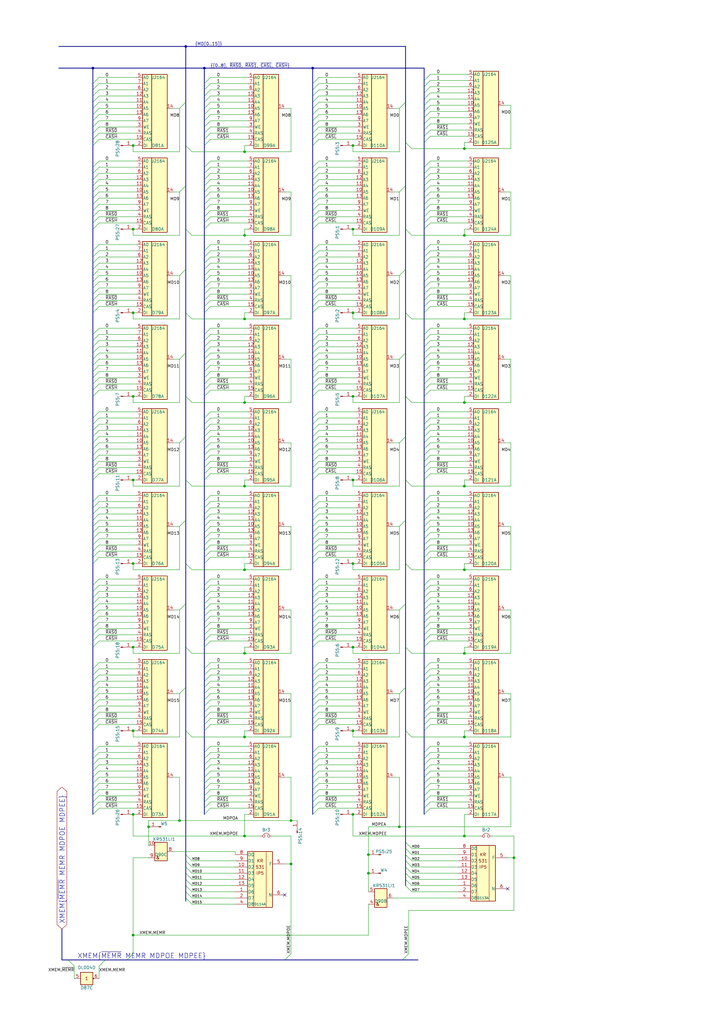
<source format=kicad_sch>
(kicad_sch (version 20211123) (generator eeschema)
  (paper "A3" portrait)
  (title_block (title "EC1834 201.3 RAM") (date "2022-09-05"))
  (junction (at 144.78 231.14))
  (junction (at 100.33 342.9))
  (junction (at 54.61 334.01))
  (junction (at 73.66 336.55))
  (junction (at 83.82 27.94))
  (junction (at 190.5 130.81))
  (junction (at 100.33 130.81))
  (junction (at 54.61 162.56))
  (junction (at 100.33 96.52))
  (junction (at 144.78 265.43))
  (junction (at 190.5 267.97))
  (junction (at 190.5 96.52))
  (junction (at 144.78 93.98))
  (junction (at 119.38 336.55))
  (junction (at 54.61 231.14))
  (junction (at 151.13 350.52))
  (junction (at 128.27 27.94))
  (junction (at 100.33 233.68))
  (junction (at 144.78 334.01))
  (junction (at 38.1 27.94))
  (junction (at 100.33 165.1))
  (junction (at 210.82 351.79))
  (junction (at 100.33 62.23))
  (junction (at 190.5 165.1))
  (junction (at 144.78 196.85))
  (junction (at 163.83 339.09))
  (junction (at 54.61 299.72))
  (junction (at 190.5 199.39))
  (junction (at 100.33 199.39))
  (junction (at 100.33 267.97))
  (junction (at 54.61 59.69))
  (junction (at 144.78 299.72))
  (junction (at 100.33 302.26))
  (junction (at 54.61 196.85))
  (junction (at 54.61 93.98))
  (junction (at 190.5 233.68))
  (junction (at 144.78 162.56))
  (junction (at 190.5 302.26))
  (junction (at 151.13 358.14))
  (junction (at 144.78 128.27))
  (junction (at 144.78 59.69))
  (junction (at 54.61 383.54))
  (junction (at 54.61 265.43))
  (junction (at 190.5 342.9))
  (junction (at 60.96 339.09))
  (junction (at 54.61 128.27))
  (junction (at 119.38 354.33))
  (junction (at 190.5 60.96))
  (junction (at 76.2 19.05))
  (no_connect (at 116.84 367.03))
  (no_connect (at 208.28 364.49))
  (bus_entry (at 173.99 78.74) (size 2.54 -2.54))
  (bus_entry (at 128.27 321.31) (size 2.54 -2.54))
  (bus_entry (at 38.1 262.89) (size 2.54 -2.54))
  (bus_entry (at 173.99 33.02) (size 2.54 -2.54))
  (bus_entry (at 173.99 120.65) (size 2.54 -2.54))
  (bus_entry (at 38.1 294.64) (size 2.54 -2.54))
  (bus_entry (at 173.99 250.19) (size 2.54 -2.54))
  (bus_entry (at 128.27 110.49) (size 2.54 -2.54))
  (bus_entry (at 78.74 233.68) (size -2.54 -2.54))
  (bus_entry (at 173.99 205.74) (size 2.54 -2.54))
  (bus_entry (at 173.99 118.11) (size 2.54 -2.54))
  (bus_entry (at 128.27 299.72) (size 2.54 -2.54))
  (bus_entry (at 78.74 302.26) (size -2.54 -2.54))
  (bus_entry (at 83.82 218.44) (size 2.54 -2.54))
  (bus_entry (at 83.82 171.45) (size 2.54 -2.54))
  (bus_entry (at 38.1 194.31) (size 2.54 -2.54))
  (bus_entry (at 163.83 147.32) (size 2.54 -2.54))
  (bus_entry (at 173.99 262.89) (size 2.54 -2.54))
  (bus_entry (at 38.1 107.95) (size 2.54 -2.54))
  (bus_entry (at 83.82 208.28) (size 2.54 -2.54))
  (bus_entry (at 173.99 93.98) (size 2.54 -2.54))
  (bus_entry (at 83.82 297.18) (size 2.54 -2.54))
  (bus_entry (at 128.27 59.69) (size 2.54 -2.54))
  (bus_entry (at 38.1 125.73) (size 2.54 -2.54))
  (bus_entry (at 128.27 274.32) (size 2.54 -2.54))
  (bus_entry (at 38.1 245.11) (size 2.54 -2.54))
  (bus_entry (at 128.27 231.14) (size 2.54 -2.54))
  (bus_entry (at 128.27 297.18) (size 2.54 -2.54))
  (bus_entry (at 83.82 181.61) (size 2.54 -2.54))
  (bus_entry (at 83.82 139.7) (size 2.54 -2.54))
  (bus_entry (at 83.82 73.66) (size 2.54 -2.54))
  (bus_entry (at 73.66 147.32) (size 2.54 -2.54))
  (bus_entry (at 116.84 393.7) (size 2.54 -2.54))
  (bus_entry (at 38.1 186.69) (size 2.54 -2.54))
  (bus_entry (at 173.99 210.82) (size 2.54 -2.54))
  (bus_entry (at 128.27 215.9) (size 2.54 -2.54))
  (bus_entry (at 83.82 326.39) (size 2.54 -2.54))
  (bus_entry (at 38.1 184.15) (size 2.54 -2.54))
  (bus_entry (at 83.82 313.69) (size 2.54 -2.54))
  (bus_entry (at 83.82 331.47) (size 2.54 -2.54))
  (bus_entry (at 83.82 321.31) (size 2.54 -2.54))
  (bus_entry (at 173.99 128.27) (size 2.54 -2.54))
  (bus_entry (at 76.2 353.06) (size 2.54 2.54))
  (bus_entry (at 128.27 255.27) (size 2.54 -2.54))
  (bus_entry (at 173.99 181.61) (size 2.54 -2.54))
  (bus_entry (at 83.82 115.57) (size 2.54 -2.54))
  (bus_entry (at 38.1 113.03) (size 2.54 -2.54))
  (bus_entry (at 83.82 49.53) (size 2.54 -2.54))
  (bus_entry (at 166.37 350.52) (size 2.54 2.54))
  (bus_entry (at 173.99 231.14) (size 2.54 -2.54))
  (bus_entry (at 83.82 110.49) (size 2.54 -2.54))
  (bus_entry (at 128.27 316.23) (size 2.54 -2.54))
  (bus_entry (at 38.1 105.41) (size 2.54 -2.54))
  (bus_entry (at 83.82 318.77) (size 2.54 -2.54))
  (bus_entry (at 128.27 147.32) (size 2.54 -2.54))
  (bus_entry (at 163.83 181.61) (size 2.54 -2.54))
  (bus_entry (at 83.82 196.85) (size 2.54 -2.54))
  (bus_entry (at 128.27 289.56) (size 2.54 -2.54))
  (bus_entry (at 173.99 292.1) (size 2.54 -2.54))
  (bus_entry (at 73.66 181.61) (size 2.54 -2.54))
  (bus_entry (at 76.2 355.6) (size 2.54 2.54))
  (bus_entry (at 128.27 160.02) (size 2.54 -2.54))
  (bus_entry (at 83.82 284.48) (size 2.54 -2.54))
  (bus_entry (at 38.1 93.98) (size 2.54 -2.54))
  (bus_entry (at 83.82 137.16) (size 2.54 -2.54))
  (bus_entry (at 173.99 226.06) (size 2.54 -2.54))
  (bus_entry (at 128.27 252.73) (size 2.54 -2.54))
  (bus_entry (at 83.82 142.24) (size 2.54 -2.54))
  (bus_entry (at 38.1 120.65) (size 2.54 -2.54))
  (bus_entry (at 173.99 105.41) (size 2.54 -2.54))
  (bus_entry (at 83.82 257.81) (size 2.54 -2.54))
  (bus_entry (at 128.27 125.73) (size 2.54 -2.54))
  (bus_entry (at 83.82 154.94) (size 2.54 -2.54))
  (bus_entry (at 83.82 252.73) (size 2.54 -2.54))
  (bus_entry (at 83.82 52.07) (size 2.54 -2.54))
  (bus_entry (at 38.1 205.74) (size 2.54 -2.54))
  (bus_entry (at 128.27 73.66) (size 2.54 -2.54))
  (bus_entry (at 128.27 191.77) (size 2.54 -2.54))
  (bus_entry (at 168.91 60.96) (size -2.54 -2.54))
  (bus_entry (at 38.1 323.85) (size 2.54 -2.54))
  (bus_entry (at 38.1 39.37) (size 2.54 -2.54))
  (bus_entry (at 38.1 115.57) (size 2.54 -2.54))
  (bus_entry (at 38.1 147.32) (size 2.54 -2.54))
  (bus_entry (at 128.27 228.6) (size 2.54 -2.54))
  (bus_entry (at 173.99 115.57) (size 2.54 -2.54))
  (bus_entry (at 38.1 139.7) (size 2.54 -2.54))
  (bus_entry (at 38.1 181.61) (size 2.54 -2.54))
  (bus_entry (at 173.99 220.98) (size 2.54 -2.54))
  (bus_entry (at 38.1 86.36) (size 2.54 -2.54))
  (bus_entry (at 173.99 274.32) (size 2.54 -2.54))
  (bus_entry (at 128.27 281.94) (size 2.54 -2.54))
  (bus_entry (at 83.82 240.03) (size 2.54 -2.54))
  (bus_entry (at 168.91 267.97) (size -2.54 -2.54))
  (bus_entry (at 73.66 215.9) (size 2.54 -2.54))
  (bus_entry (at 173.99 311.15) (size 2.54 -2.54))
  (bus_entry (at 128.27 257.81) (size 2.54 -2.54))
  (bus_entry (at 173.99 189.23) (size 2.54 -2.54))
  (bus_entry (at 83.82 86.36) (size 2.54 -2.54))
  (bus_entry (at 173.99 194.31) (size 2.54 -2.54))
  (bus_entry (at 128.27 171.45) (size 2.54 -2.54))
  (bus_entry (at 83.82 223.52) (size 2.54 -2.54))
  (bus_entry (at 38.1 34.29) (size 2.54 -2.54))
  (bus_entry (at 168.91 130.81) (size -2.54 -2.54))
  (bus_entry (at 173.99 68.58) (size 2.54 -2.54))
  (bus_entry (at 163.83 250.19) (size 2.54 -2.54))
  (bus_entry (at 38.1 223.52) (size 2.54 -2.54))
  (bus_entry (at 83.82 242.57) (size 2.54 -2.54))
  (bus_entry (at 173.99 91.44) (size 2.54 -2.54))
  (bus_entry (at 128.27 120.65) (size 2.54 -2.54))
  (bus_entry (at 128.27 242.57) (size 2.54 -2.54))
  (bus_entry (at 38.1 171.45) (size 2.54 -2.54))
  (bus_entry (at 173.99 88.9) (size 2.54 -2.54))
  (bus_entry (at 38.1 137.16) (size 2.54 -2.54))
  (bus_entry (at 83.82 210.82) (size 2.54 -2.54))
  (bus_entry (at 173.99 171.45) (size 2.54 -2.54))
  (bus_entry (at 38.1 41.91) (size 2.54 -2.54))
  (bus_entry (at 38.1 240.03) (size 2.54 -2.54))
  (bus_entry (at 173.99 58.42) (size 2.54 -2.54))
  (bus_entry (at 173.99 55.88) (size 2.54 -2.54))
  (bus_entry (at 38.1 311.15) (size 2.54 -2.54))
  (bus_entry (at 128.27 247.65) (size 2.54 -2.54))
  (bus_entry (at 128.27 179.07) (size 2.54 -2.54))
  (bus_entry (at 38.1 52.07) (size 2.54 -2.54))
  (bus_entry (at 128.27 328.93) (size 2.54 -2.54))
  (bus_entry (at 38.1 287.02) (size 2.54 -2.54))
  (bus_entry (at 173.99 71.12) (size 2.54 -2.54))
  (bus_entry (at 83.82 226.06) (size 2.54 -2.54))
  (bus_entry (at 173.99 50.8) (size 2.54 -2.54))
  (bus_entry (at 83.82 287.02) (size 2.54 -2.54))
  (bus_entry (at 128.27 78.74) (size 2.54 -2.54))
  (bus_entry (at 128.27 93.98) (size 2.54 -2.54))
  (bus_entry (at 73.66 78.74) (size 2.54 -2.54))
  (bus_entry (at 38.1 308.61) (size 2.54 -2.54))
  (bus_entry (at 173.99 223.52) (size 2.54 -2.54))
  (bus_entry (at 83.82 125.73) (size 2.54 -2.54))
  (bus_entry (at 128.27 184.15) (size 2.54 -2.54))
  (bus_entry (at 38.1 173.99) (size 2.54 -2.54))
  (bus_entry (at 38.1 231.14) (size 2.54 -2.54))
  (bus_entry (at 173.99 76.2) (size 2.54 -2.54))
  (bus_entry (at 83.82 105.41) (size 2.54 -2.54))
  (bus_entry (at 173.99 142.24) (size 2.54 -2.54))
  (bus_entry (at 128.27 49.53) (size 2.54 -2.54))
  (bus_entry (at 83.82 176.53) (size 2.54 -2.54))
  (bus_entry (at 173.99 48.26) (size 2.54 -2.54))
  (bus_entry (at 38.1 71.12) (size 2.54 -2.54))
  (bus_entry (at 128.27 57.15) (size 2.54 -2.54))
  (bus_entry (at 38.1 76.2) (size 2.54 -2.54))
  (bus_entry (at 78.74 130.81) (size -2.54 -2.54))
  (bus_entry (at 78.74 165.1) (size -2.54 -2.54))
  (bus_entry (at 165.1 393.7) (size 2.54 -2.54))
  (bus_entry (at 173.99 281.94) (size 2.54 -2.54))
  (bus_entry (at 128.27 194.31) (size 2.54 -2.54))
  (bus_entry (at 173.99 228.6) (size 2.54 -2.54))
  (bus_entry (at 128.27 284.48) (size 2.54 -2.54))
  (bus_entry (at 128.27 276.86) (size 2.54 -2.54))
  (bus_entry (at 166.37 347.98) (size 2.54 2.54))
  (bus_entry (at 83.82 41.91) (size 2.54 -2.54))
  (bus_entry (at 173.99 154.94) (size 2.54 -2.54))
  (bus_entry (at 128.27 326.39) (size 2.54 -2.54))
  (bus_entry (at 128.27 294.64) (size 2.54 -2.54))
  (bus_entry (at 163.83 215.9) (size 2.54 -2.54))
  (bus_entry (at 83.82 215.9) (size 2.54 -2.54))
  (bus_entry (at 83.82 308.61) (size 2.54 -2.54))
  (bus_entry (at 128.27 181.61) (size 2.54 -2.54))
  (bus_entry (at 83.82 205.74) (size 2.54 -2.54))
  (bus_entry (at 83.82 292.1) (size 2.54 -2.54))
  (bus_entry (at 173.99 318.77) (size 2.54 -2.54))
  (bus_entry (at 83.82 323.85) (size 2.54 -2.54))
  (bus_entry (at 173.99 255.27) (size 2.54 -2.54))
  (bus_entry (at 128.27 68.58) (size 2.54 -2.54))
  (bus_entry (at 173.99 191.77) (size 2.54 -2.54))
  (bus_entry (at 38.1 247.65) (size 2.54 -2.54))
  (bus_entry (at 166.37 355.6) (size 2.54 2.54))
  (bus_entry (at 76.2 365.76) (size 2.54 2.54))
  (bus_entry (at 38.1 328.93) (size 2.54 -2.54))
  (bus_entry (at 38.1 191.77) (size 2.54 -2.54))
  (bus_entry (at 38.1 36.83) (size 2.54 -2.54))
  (bus_entry (at 173.99 331.47) (size 2.54 -2.54))
  (bus_entry (at 83.82 83.82) (size 2.54 -2.54))
  (bus_entry (at 173.99 149.86) (size 2.54 -2.54))
  (bus_entry (at 38.1 255.27) (size 2.54 -2.54))
  (bus_entry (at 163.83 113.03) (size 2.54 -2.54))
  (bus_entry (at 38.1 59.69) (size 2.54 -2.54))
  (bus_entry (at 173.99 245.11) (size 2.54 -2.54))
  (bus_entry (at 168.91 199.39) (size -2.54 -2.54))
  (bus_entry (at 128.27 331.47) (size 2.54 -2.54))
  (bus_entry (at 83.82 120.65) (size 2.54 -2.54))
  (bus_entry (at 83.82 36.83) (size 2.54 -2.54))
  (bus_entry (at 173.99 184.15) (size 2.54 -2.54))
  (bus_entry (at 83.82 255.27) (size 2.54 -2.54))
  (bus_entry (at 83.82 147.32) (size 2.54 -2.54))
  (bus_entry (at 173.99 208.28) (size 2.54 -2.54))
  (bus_entry (at 83.82 68.58) (size 2.54 -2.54))
  (bus_entry (at 173.99 73.66) (size 2.54 -2.54))
  (bus_entry (at 38.1 331.47) (size 2.54 -2.54))
  (bus_entry (at 128.27 105.41) (size 2.54 -2.54))
  (bus_entry (at 83.82 91.44) (size 2.54 -2.54))
  (bus_entry (at 38.1 289.56) (size 2.54 -2.54))
  (bus_entry (at 173.99 334.01) (size 2.54 -2.54))
  (bus_entry (at 38.1 297.18) (size 2.54 -2.54))
  (bus_entry (at 38.1 152.4) (size 2.54 -2.54))
  (bus_entry (at 163.83 44.45) (size 2.54 -2.54))
  (bus_entry (at 83.82 250.19) (size 2.54 -2.54))
  (bus_entry (at 83.82 34.29) (size 2.54 -2.54))
  (bus_entry (at 76.2 358.14) (size 2.54 2.54))
  (bus_entry (at 173.99 35.56) (size 2.54 -2.54))
  (bus_entry (at 128.27 86.36) (size 2.54 -2.54))
  (bus_entry (at 173.99 125.73) (size 2.54 -2.54))
  (bus_entry (at 38.1 265.43) (size 2.54 -2.54))
  (bus_entry (at 128.27 262.89) (size 2.54 -2.54))
  (bus_entry (at 76.2 360.68) (size 2.54 2.54))
  (bus_entry (at 173.99 316.23) (size 2.54 -2.54))
  (bus_entry (at 38.1 57.15) (size 2.54 -2.54))
  (bus_entry (at 128.27 102.87) (size 2.54 -2.54))
  (bus_entry (at 166.37 363.22) (size 2.54 2.54))
  (bus_entry (at 173.99 328.93) (size 2.54 -2.54))
  (bus_entry (at 173.99 102.87) (size 2.54 -2.54))
  (bus_entry (at 38.1 257.81) (size 2.54 -2.54))
  (bus_entry (at 173.99 289.56) (size 2.54 -2.54))
  (bus_entry (at 38.1 54.61) (size 2.54 -2.54))
  (bus_entry (at 78.74 267.97) (size -2.54 -2.54))
  (bus_entry (at 38.1 88.9) (size 2.54 -2.54))
  (bus_entry (at 163.83 284.48) (size 2.54 -2.54))
  (bus_entry (at 173.99 279.4) (size 2.54 -2.54))
  (bus_entry (at 173.99 147.32) (size 2.54 -2.54))
  (bus_entry (at 173.99 276.86) (size 2.54 -2.54))
  (bus_entry (at 83.82 186.69) (size 2.54 -2.54))
  (bus_entry (at 128.27 83.82) (size 2.54 -2.54))
  (bus_entry (at 128.27 313.69) (size 2.54 -2.54))
  (bus_entry (at 128.27 220.98) (size 2.54 -2.54))
  (bus_entry (at 73.66 44.45) (size 2.54 -2.54))
  (bus_entry (at 38.1 44.45) (size 2.54 -2.54))
  (bus_entry (at 173.99 40.64) (size 2.54 -2.54))
  (bus_entry (at 38.1 154.94) (size 2.54 -2.54))
  (bus_entry (at 166.37 360.68) (size 2.54 2.54))
  (bus_entry (at 128.27 81.28) (size 2.54 -2.54))
  (bus_entry (at 173.99 252.73) (size 2.54 -2.54))
  (bus_entry (at 38.1 78.74) (size 2.54 -2.54))
  (bus_entry (at 83.82 81.28) (size 2.54 -2.54))
  (bus_entry (at 173.99 81.28) (size 2.54 -2.54))
  (bus_entry (at 38.1 123.19) (size 2.54 -2.54))
  (bus_entry (at 128.27 173.99) (size 2.54 -2.54))
  (bus_entry (at 83.82 276.86) (size 2.54 -2.54))
  (bus_entry (at 83.82 59.69) (size 2.54 -2.54))
  (bus_entry (at 128.27 218.44) (size 2.54 -2.54))
  (bus_entry (at 38.1 142.24) (size 2.54 -2.54))
  (bus_entry (at 83.82 78.74) (size 2.54 -2.54))
  (bus_entry (at 166.37 345.44) (size 2.54 2.54))
  (bus_entry (at 128.27 71.12) (size 2.54 -2.54))
  (bus_entry (at 173.99 313.69) (size 2.54 -2.54))
  (bus_entry (at 38.1 162.56) (size 2.54 -2.54))
  (bus_entry (at 40.64 396.24) (size 2.54 -2.54))
  (bus_entry (at 76.2 368.3) (size 2.54 2.54))
  (bus_entry (at 38.1 226.06) (size 2.54 -2.54))
  (bus_entry (at 38.1 189.23) (size 2.54 -2.54))
  (bus_entry (at 83.82 334.01) (size 2.54 -2.54))
  (bus_entry (at 173.99 321.31) (size 2.54 -2.54))
  (bus_entry (at 38.1 46.99) (size 2.54 -2.54))
  (bus_entry (at 38.1 326.39) (size 2.54 -2.54))
  (bus_entry (at 83.82 144.78) (size 2.54 -2.54))
  (bus_entry (at 78.74 199.39) (size -2.54 -2.54))
  (bus_entry (at 83.82 88.9) (size 2.54 -2.54))
  (bus_entry (at 128.27 250.19) (size 2.54 -2.54))
  (bus_entry (at 38.1 102.87) (size 2.54 -2.54))
  (bus_entry (at 38.1 299.72) (size 2.54 -2.54))
  (bus_entry (at 128.27 41.91) (size 2.54 -2.54))
  (bus_entry (at 128.27 162.56) (size 2.54 -2.54))
  (bus_entry (at 173.99 287.02) (size 2.54 -2.54))
  (bus_entry (at 128.27 260.35) (size 2.54 -2.54))
  (bus_entry (at 173.99 45.72) (size 2.54 -2.54))
  (bus_entry (at 52.07 393.7) (size 2.54 -2.54))
  (bus_entry (at 38.1 220.98) (size 2.54 -2.54))
  (bus_entry (at 173.99 265.43) (size 2.54 -2.54))
  (bus_entry (at 128.27 54.61) (size 2.54 -2.54))
  (bus_entry (at 76.2 363.22) (size 2.54 2.54))
  (bus_entry (at 128.27 52.07) (size 2.54 -2.54))
  (bus_entry (at 38.1 215.9) (size 2.54 -2.54))
  (bus_entry (at 83.82 57.15) (size 2.54 -2.54))
  (bus_entry (at 128.27 213.36) (size 2.54 -2.54))
  (bus_entry (at 83.82 279.4) (size 2.54 -2.54))
  (bus_entry (at 173.99 218.44) (size 2.54 -2.54))
  (bus_entry (at 173.99 173.99) (size 2.54 -2.54))
  (bus_entry (at 128.27 157.48) (size 2.54 -2.54))
  (bus_entry (at 128.27 76.2) (size 2.54 -2.54))
  (bus_entry (at 73.66 284.48) (size 2.54 -2.54))
  (bus_entry (at 128.27 308.61) (size 2.54 -2.54))
  (bus_entry (at 173.99 213.36) (size 2.54 -2.54))
  (bus_entry (at 38.1 81.28) (size 2.54 -2.54))
  (bus_entry (at 128.27 323.85) (size 2.54 -2.54))
  (bus_entry (at 128.27 149.86) (size 2.54 -2.54))
  (bus_entry (at 173.99 38.1) (size 2.54 -2.54))
  (bus_entry (at 83.82 118.11) (size 2.54 -2.54))
  (bus_entry (at 128.27 46.99) (size 2.54 -2.54))
  (bus_entry (at 83.82 184.15) (size 2.54 -2.54))
  (bus_entry (at 38.1 276.86) (size 2.54 -2.54))
  (bus_entry (at 38.1 250.19) (size 2.54 -2.54))
  (bus_entry (at 83.82 157.48) (size 2.54 -2.54))
  (bus_entry (at 38.1 83.82) (size 2.54 -2.54))
  (bus_entry (at 168.91 96.52) (size -2.54 -2.54))
  (bus_entry (at 173.99 297.18) (size 2.54 -2.54))
  (bus_entry (at 168.91 302.26) (size -2.54 -2.54))
  (bus_entry (at 38.1 292.1) (size 2.54 -2.54))
  (bus_entry (at 83.82 76.2) (size 2.54 -2.54))
  (bus_entry (at 173.99 152.4) (size 2.54 -2.54))
  (bus_entry (at 128.27 88.9) (size 2.54 -2.54))
  (bus_entry (at 38.1 144.78) (size 2.54 -2.54))
  (bus_entry (at 83.82 39.37) (size 2.54 -2.54))
  (bus_entry (at 163.83 78.74) (size 2.54 -2.54))
  (bus_entry (at 38.1 176.53) (size 2.54 -2.54))
  (bus_entry (at 128.27 34.29) (size 2.54 -2.54))
  (bus_entry (at 173.99 179.07) (size 2.54 -2.54))
  (bus_entry (at 83.82 274.32) (size 2.54 -2.54))
  (bus_entry (at 173.99 294.64) (size 2.54 -2.54))
  (bus_entry (at 83.82 245.11) (size 2.54 -2.54))
  (bus_entry (at 38.1 118.11) (size 2.54 -2.54))
  (bus_entry (at 128.27 210.82) (size 2.54 -2.54))
  (bus_entry (at 128.27 128.27) (size 2.54 -2.54))
  (bus_entry (at 83.82 281.94) (size 2.54 -2.54))
  (bus_entry (at 38.1 160.02) (size 2.54 -2.54))
  (bus_entry (at 83.82 194.31) (size 2.54 -2.54))
  (bus_entry (at 38.1 274.32) (size 2.54 -2.54))
  (bus_entry (at 173.99 43.18) (size 2.54 -2.54))
  (bus_entry (at 128.27 240.03) (size 2.54 -2.54))
  (bus_entry (at 38.1 313.69) (size 2.54 -2.54))
  (bus_entry (at 38.1 334.01) (size 2.54 -2.54))
  (bus_entry (at 166.37 353.06) (size 2.54 2.54))
  (bus_entry (at 173.99 160.02) (size 2.54 -2.54))
  (bus_entry (at 173.99 215.9) (size 2.54 -2.54))
  (bus_entry (at 83.82 260.35) (size 2.54 -2.54))
  (bus_entry (at 38.1 110.49) (size 2.54 -2.54))
  (bus_entry (at 128.27 292.1) (size 2.54 -2.54))
  (bus_entry (at 38.1 260.35) (size 2.54 -2.54))
  (bus_entry (at 38.1 68.58) (size 2.54 -2.54))
  (bus_entry (at 83.82 93.98) (size 2.54 -2.54))
  (bus_entry (at 128.27 279.4) (size 2.54 -2.54))
  (bus_entry (at 38.1 179.07) (size 2.54 -2.54))
  (bus_entry (at 173.99 247.65) (size 2.54 -2.54))
  (bus_entry (at 168.91 165.1) (size -2.54 -2.54))
  (bus_entry (at 173.99 137.16) (size 2.54 -2.54))
  (bus_entry (at 173.99 257.81) (size 2.54 -2.54))
  (bus_entry (at 128.27 176.53) (size 2.54 -2.54))
  (bus_entry (at 38.1 316.23) (size 2.54 -2.54))
  (bus_entry (at 83.82 213.36) (size 2.54 -2.54))
  (bus_entry (at 173.99 308.61) (size 2.54 -2.54))
  (bus_entry (at 83.82 149.86) (size 2.54 -2.54))
  (bus_entry (at 83.82 179.07) (size 2.54 -2.54))
  (bus_entry (at 83.82 162.56) (size 2.54 -2.54))
  (bus_entry (at 128.27 139.7) (size 2.54 -2.54))
  (bus_entry (at 128.27 287.02) (size 2.54 -2.54))
  (bus_entry (at 38.1 73.66) (size 2.54 -2.54))
  (bus_entry (at 83.82 262.89) (size 2.54 -2.54))
  (bus_entry (at 128.27 152.4) (size 2.54 -2.54))
  (bus_entry (at 128.27 205.74) (size 2.54 -2.54))
  (bus_entry (at 83.82 102.87) (size 2.54 -2.54))
  (bus_entry (at 128.27 44.45) (size 2.54 -2.54))
  (bus_entry (at 173.99 113.03) (size 2.54 -2.54))
  (bus_entry (at 173.99 86.36) (size 2.54 -2.54))
  (bus_entry (at 38.1 208.28) (size 2.54 -2.54))
  (bus_entry (at 128.27 113.03) (size 2.54 -2.54))
  (bus_entry (at 83.82 299.72) (size 2.54 -2.54))
  (bus_entry (at 83.82 247.65) (size 2.54 -2.54))
  (bus_entry (at 128.27 36.83) (size 2.54 -2.54))
  (bus_entry (at 173.99 242.57) (size 2.54 -2.54))
  (bus_entry (at 173.99 196.85) (size 2.54 -2.54))
  (bus_entry (at 173.99 176.53) (size 2.54 -2.54))
  (bus_entry (at 83.82 191.77) (size 2.54 -2.54))
  (bus_entry (at 128.27 311.15) (size 2.54 -2.54))
  (bus_entry (at 38.1 284.48) (size 2.54 -2.54))
  (bus_entry (at 83.82 231.14) (size 2.54 -2.54))
  (bus_entry (at 83.82 265.43) (size 2.54 -2.54))
  (bus_entry (at 173.99 53.34) (size 2.54 -2.54))
  (bus_entry (at 173.99 260.35) (size 2.54 -2.54))
  (bus_entry (at 173.99 326.39) (size 2.54 -2.54))
  (bus_entry (at 83.82 44.45) (size 2.54 -2.54))
  (bus_entry (at 38.1 242.57) (size 2.54 -2.54))
  (bus_entry (at 38.1 218.44) (size 2.54 -2.54))
  (bus_entry (at 128.27 137.16) (size 2.54 -2.54))
  (bus_entry (at 38.1 210.82) (size 2.54 -2.54))
  (bus_entry (at 83.82 189.23) (size 2.54 -2.54))
  (bus_entry (at 83.82 289.56) (size 2.54 -2.54))
  (bus_entry (at 27.94 393.7) (size 2.54 2.54))
  (bus_entry (at 83.82 152.4) (size 2.54 -2.54))
  (bus_entry (at 38.1 279.4) (size 2.54 -2.54))
  (bus_entry (at 128.27 123.19) (size 2.54 -2.54))
  (bus_entry (at 128.27 91.44) (size 2.54 -2.54))
  (bus_entry (at 78.74 96.52) (size -2.54 -2.54))
  (bus_entry (at 173.99 240.03) (size 2.54 -2.54))
  (bus_entry (at 166.37 358.14) (size 2.54 2.54))
  (bus_entry (at 83.82 220.98) (size 2.54 -2.54))
  (bus_entry (at 128.27 334.01) (size 2.54 -2.54))
  (bus_entry (at 173.99 284.48) (size 2.54 -2.54))
  (bus_entry (at 173.99 157.48) (size 2.54 -2.54))
  (bus_entry (at 128.27 144.78) (size 2.54 -2.54))
  (bus_entry (at 128.27 226.06) (size 2.54 -2.54))
  (bus_entry (at 38.1 318.77) (size 2.54 -2.54))
  (bus_entry (at 83.82 311.15) (size 2.54 -2.54))
  (bus_entry (at 173.99 323.85) (size 2.54 -2.54))
  (bus_entry (at 38.1 149.86) (size 2.54 -2.54))
  (bus_entry (at 173.99 139.7) (size 2.54 -2.54))
  (bus_entry (at 38.1 252.73) (size 2.54 -2.54))
  (bus_entry (at 83.82 173.99) (size 2.54 -2.54))
  (bus_entry (at 173.99 123.19) (size 2.54 -2.54))
  (bus_entry (at 38.1 91.44) (size 2.54 -2.54))
  (bus_entry (at 38.1 157.48) (size 2.54 -2.54))
  (bus_entry (at 173.99 299.72) (size 2.54 -2.54))
  (bus_entry (at 128.27 265.43) (size 2.54 -2.54))
  (bus_entry (at 128.27 142.24) (size 2.54 -2.54))
  (bus_entry (at 83.82 107.95) (size 2.54 -2.54))
  (bus_entry (at 173.99 186.69) (size 2.54 -2.54))
  (bus_entry (at 38.1 228.6) (size 2.54 -2.54))
  (bus_entry (at 83.82 46.99) (size 2.54 -2.54))
  (bus_entry (at 128.27 196.85) (size 2.54 -2.54))
  (bus_entry (at 128.27 154.94) (size 2.54 -2.54))
  (bus_entry (at 128.27 39.37) (size 2.54 -2.54))
  (bus_entry (at 83.82 54.61) (size 2.54 -2.54))
  (bus_entry (at 128.27 115.57) (size 2.54 -2.54))
  (bus_entry (at 76.2 350.52) (size 2.54 2.54))
  (bus_entry (at 128.27 208.28) (size 2.54 -2.54))
  (bus_entry (at 83.82 123.19) (size 2.54 -2.54))
  (bus_entry (at 83.82 160.02) (size 2.54 -2.54))
  (bus_entry (at 83.82 228.6) (size 2.54 -2.54))
  (bus_entry (at 173.99 110.49) (size 2.54 -2.54))
  (bus_entry (at 38.1 321.31) (size 2.54 -2.54))
  (bus_entry (at 128.27 189.23) (size 2.54 -2.54))
  (bus_entry (at 128.27 107.95) (size 2.54 -2.54))
  (bus_entry (at 83.82 128.27) (size 2.54 -2.54))
  (bus_entry (at 83.82 113.03) (size 2.54 -2.54))
  (bus_entry (at 128.27 186.69) (size 2.54 -2.54))
  (bus_entry (at 128.27 118.11) (size 2.54 -2.54))
  (bus_entry (at 173.99 107.95) (size 2.54 -2.54))
  (bus_entry (at 128.27 318.77) (size 2.54 -2.54))
  (bus_entry (at 128.27 223.52) (size 2.54 -2.54))
  (bus_entry (at 38.1 213.36) (size 2.54 -2.54))
  (bus_entry (at 38.1 281.94) (size 2.54 -2.54))
  (bus_entry (at 83.82 316.23) (size 2.54 -2.54))
  (bus_entry (at 128.27 245.11) (size 2.54 -2.54))
  (bus_entry (at 38.1 128.27) (size 2.54 -2.54))
  (bus_entry (at 83.82 294.64) (size 2.54 -2.54))
  (bus_entry (at 38.1 196.85) (size 2.54 -2.54))
  (bus_entry (at 83.82 328.93) (size 2.54 -2.54))
  (bus_entry (at 38.1 49.53) (size 2.54 -2.54))
  (bus_entry (at 173.99 83.82) (size 2.54 -2.54))
  (bus_entry (at 173.99 144.78) (size 2.54 -2.54))
  (bus_entry (at 73.66 250.19) (size 2.54 -2.54))
  (bus_entry (at 168.91 233.68) (size -2.54 -2.54))
  (bus_entry (at 173.99 162.56) (size 2.54 -2.54))
  (bus_entry (at 78.74 62.23) (size -2.54 -2.54))
  (bus_entry (at 83.82 71.12) (size 2.54 -2.54))
  (bus_entry (at 73.66 113.03) (size 2.54 -2.54))
  (bus (pts (xy 38.1 88.9) (xy 38.1 91.44)))
  (bus (pts (xy 128.27 226.06) (xy 128.27 228.6)))
  (bus (pts (xy 128.27 316.23) (xy 128.27 318.77)))
  (wire (pts (xy 86.36 237.49) (xy 101.6 237.49)))
  (bus (pts (xy 83.82 160.02) (xy 83.82 162.56)))
  (bus (pts (xy 128.27 191.77) (xy 128.27 194.31)))
  (bus (pts (xy 83.82 313.69) (xy 83.82 316.23)))
  (wire (pts (xy 78.74 353.06) (xy 96.52 353.06)))
  (wire (pts (xy 176.53 297.18) (xy 191.77 297.18)))
  (bus (pts (xy 128.27 210.82) (xy 128.27 213.36)))
  (bus (pts (xy 83.82 191.77) (xy 83.82 194.31)))
  (wire (pts (xy 130.81 68.58) (xy 146.05 68.58)))
  (bus (pts (xy 38.1 44.45) (xy 38.1 46.99)))
  (wire (pts (xy 130.81 149.86) (xy 146.05 149.86)))
  (wire (pts (xy 176.53 318.77) (xy 191.77 318.77)))
  (bus (pts (xy 38.1 73.66) (xy 38.1 76.2)))
  (wire (pts (xy 176.53 242.57) (xy 191.77 242.57)))
  (wire (pts (xy 86.36 194.31) (xy 101.6 194.31)))
  (bus (pts (xy 166.37 58.42) (xy 166.37 76.2)))
  (wire (pts (xy 40.64 318.77) (xy 55.88 318.77)))
  (bus (pts (xy 38.1 81.28) (xy 38.1 83.82)))
  (wire (pts (xy 40.64 46.99) (xy 55.88 46.99)))
  (bus (pts (xy 173.99 308.61) (xy 173.99 311.15)))
  (wire (pts (xy 119.38 96.52) (xy 100.33 96.52)))
  (bus (pts (xy 128.27 27.94) (xy 83.82 27.94)))
  (wire (pts (xy 86.36 41.91) (xy 101.6 41.91)))
  (bus (pts (xy 83.82 110.49) (xy 83.82 113.03)))
  (wire (pts (xy 86.36 281.94) (xy 101.6 281.94)))
  (wire (pts (xy 151.13 358.14) (xy 151.13 350.52)))
  (bus (pts (xy 83.82 308.61) (xy 83.82 311.15)))
  (bus (pts (xy 128.27 113.03) (xy 128.27 115.57)))
  (wire (pts (xy 86.36 100.33) (xy 101.6 100.33)))
  (bus (pts (xy 173.99 245.11) (xy 173.99 247.65)))
  (wire (pts (xy 86.36 115.57) (xy 101.6 115.57)))
  (bus (pts (xy 83.82 44.45) (xy 83.82 46.99)))
  (wire (pts (xy 209.55 302.26) (xy 190.5 302.26)))
  (wire (pts (xy 130.81 34.29) (xy 146.05 34.29)))
  (bus (pts (xy 38.1 154.94) (xy 38.1 157.48)))
  (bus (pts (xy 173.99 318.77) (xy 173.99 321.31)))
  (wire (pts (xy 30.48 396.24) (xy 30.48 401.32)))
  (wire (pts (xy 163.83 181.61) (xy 163.83 199.39)))
  (bus (pts (xy 128.27 110.49) (xy 128.27 113.03)))
  (bus (pts (xy 173.99 139.7) (xy 173.99 142.24)))
  (wire (pts (xy 40.64 168.91) (xy 55.88 168.91)))
  (bus (pts (xy 128.27 57.15) (xy 128.27 59.69)))
  (wire (pts (xy 40.64 313.69) (xy 55.88 313.69)))
  (wire (pts (xy 176.53 33.02) (xy 191.77 33.02)))
  (bus (pts (xy 173.99 105.41) (xy 173.99 107.95)))
  (bus (pts (xy 38.1 321.31) (xy 38.1 323.85)))
  (wire (pts (xy 176.53 78.74) (xy 191.77 78.74)))
  (bus (pts (xy 38.1 245.11) (xy 38.1 247.65)))
  (bus (pts (xy 83.82 115.57) (xy 83.82 118.11)))
  (wire (pts (xy 176.53 123.19) (xy 191.77 123.19)))
  (wire (pts (xy 130.81 279.4) (xy 146.05 279.4)))
  (wire (pts (xy 151.13 365.76) (xy 151.13 358.14)))
  (wire (pts (xy 86.36 250.19) (xy 101.6 250.19)))
  (wire (pts (xy 40.64 86.36) (xy 55.88 86.36)))
  (wire (pts (xy 86.36 279.4) (xy 101.6 279.4)))
  (wire (pts (xy 168.91 199.39) (xy 190.5 199.39)))
  (bus (pts (xy 38.1 86.36) (xy 38.1 88.9)))
  (wire (pts (xy 130.81 281.94) (xy 146.05 281.94)))
  (bus (pts (xy 128.27 118.11) (xy 128.27 120.65)))
  (wire (pts (xy 60.96 336.55) (xy 60.96 339.09)))
  (bus (pts (xy 83.82 144.78) (xy 83.82 147.32)))
  (wire (pts (xy 86.36 223.52) (xy 101.6 223.52)))
  (bus (pts (xy 173.99 260.35) (xy 173.99 262.89)))
  (bus (pts (xy 38.1 276.86) (xy 38.1 279.4)))
  (bus (pts (xy 83.82 255.27) (xy 83.82 257.81)))
  (wire (pts (xy 40.64 181.61) (xy 55.88 181.61)))
  (bus (pts (xy 83.82 76.2) (xy 83.82 78.74)))
  (wire (pts (xy 73.66 96.52) (xy 54.61 96.52)))
  (bus (pts (xy 83.82 318.77) (xy 83.82 321.31)))
  (bus (pts (xy 38.1 316.23) (xy 38.1 318.77)))
  (wire (pts (xy 176.53 73.66) (xy 191.77 73.66)))
  (bus (pts (xy 128.27 318.77) (xy 128.27 321.31)))
  (bus (pts (xy 38.1 284.48) (xy 38.1 287.02)))
  (wire (pts (xy 86.36 52.07) (xy 101.6 52.07)))
  (bus (pts (xy 38.1 255.27) (xy 38.1 257.81)))
  (bus (pts (xy 166.37 265.43) (xy 166.37 281.94)))
  (wire (pts (xy 54.61 162.56) (xy 55.88 162.56)))
  (bus (pts (xy 128.27 196.85) (xy 128.27 205.74)))
  (bus (pts (xy 166.37 196.85) (xy 166.37 213.36)))
  (wire (pts (xy 209.55 267.97) (xy 190.5 267.97)))
  (wire (pts (xy 73.66 44.45) (xy 73.66 62.23)))
  (bus (pts (xy 173.99 297.18) (xy 173.99 299.72)))
  (wire (pts (xy 119.38 165.1) (xy 100.33 165.1)))
  (bus (pts (xy 83.82 257.81) (xy 83.82 260.35)))
  (wire (pts (xy 86.36 147.32) (xy 101.6 147.32)))
  (bus (pts (xy 128.27 257.81) (xy 128.27 260.35)))
  (bus (pts (xy 128.27 186.69) (xy 128.27 189.23)))
  (wire (pts (xy 73.66 318.77) (xy 73.66 336.55)))
  (wire (pts (xy 176.53 281.94) (xy 191.77 281.94)))
  (bus (pts (xy 83.82 139.7) (xy 83.82 142.24)))
  (bus (pts (xy 83.82 220.98) (xy 83.82 223.52)))
  (wire (pts (xy 40.64 31.75) (xy 55.88 31.75)))
  (wire (pts (xy 176.53 38.1) (xy 191.77 38.1)))
  (wire (pts (xy 130.81 171.45) (xy 146.05 171.45)))
  (bus (pts (xy 173.99 299.72) (xy 173.99 308.61)))
  (wire (pts (xy 119.38 250.19) (xy 119.38 267.97)))
  (wire (pts (xy 40.64 208.28) (xy 55.88 208.28)))
  (bus (pts (xy 173.99 247.65) (xy 173.99 250.19)))
  (bus (pts (xy 173.99 284.48) (xy 173.99 287.02)))
  (wire (pts (xy 40.64 76.2) (xy 55.88 76.2)))
  (wire (pts (xy 73.66 181.61) (xy 73.66 199.39)))
  (wire (pts (xy 86.36 149.86) (xy 101.6 149.86)))
  (wire (pts (xy 40.64 271.78) (xy 55.88 271.78)))
  (bus (pts (xy 83.82 34.29) (xy 83.82 36.83)))
  (bus (pts (xy 166.37 299.72) (xy 166.37 345.44)))
  (wire (pts (xy 130.81 88.9) (xy 146.05 88.9)))
  (wire (pts (xy 71.12 147.32) (xy 73.66 147.32)))
  (bus (pts (xy 38.1 287.02) (xy 38.1 289.56)))
  (bus (pts (xy 83.82 321.31) (xy 83.82 323.85)))
  (wire (pts (xy 176.53 125.73) (xy 191.77 125.73)))
  (wire (pts (xy 168.91 233.68) (xy 190.5 233.68)))
  (wire (pts (xy 100.33 267.97) (xy 100.33 265.43)))
  (bus (pts (xy 128.27 52.07) (xy 128.27 54.61)))
  (bus (pts (xy 83.82 311.15) (xy 83.82 313.69)))
  (wire (pts (xy 78.74 355.6) (xy 96.52 355.6)))
  (wire (pts (xy 176.53 321.31) (xy 191.77 321.31)))
  (wire (pts (xy 100.33 231.14) (xy 101.6 231.14)))
  (bus (pts (xy 173.99 171.45) (xy 173.99 173.99)))
  (wire (pts (xy 86.36 78.74) (xy 101.6 78.74)))
  (bus (pts (xy 76.2 179.07) (xy 76.2 196.85)))
  (wire (pts (xy 71.12 250.19) (xy 73.66 250.19)))
  (wire (pts (xy 54.61 62.23) (xy 54.61 59.69)))
  (bus (pts (xy 128.27 299.72) (xy 128.27 308.61)))
  (wire (pts (xy 130.81 257.81) (xy 146.05 257.81)))
  (bus (pts (xy 38.1 157.48) (xy 38.1 160.02)))
  (wire (pts (xy 60.96 351.79) (xy 54.61 351.79)))
  (bus (pts (xy 83.82 73.66) (xy 83.82 76.2)))
  (wire (pts (xy 40.64 71.12) (xy 55.88 71.12)))
  (wire (pts (xy 209.55 113.03) (xy 209.55 130.81)))
  (bus (pts (xy 128.27 179.07) (xy 128.27 181.61)))
  (wire (pts (xy 130.81 73.66) (xy 146.05 73.66)))
  (wire (pts (xy 161.29 250.19) (xy 163.83 250.19)))
  (bus (pts (xy 38.1 289.56) (xy 38.1 292.1)))
  (wire (pts (xy 176.53 53.34) (xy 191.77 53.34)))
  (wire (pts (xy 130.81 306.07) (xy 146.05 306.07)))
  (bus (pts (xy 83.82 128.27) (xy 83.82 137.16)))
  (wire (pts (xy 86.36 176.53) (xy 101.6 176.53)))
  (wire (pts (xy 176.53 110.49) (xy 191.77 110.49)))
  (wire (pts (xy 176.53 105.41) (xy 191.77 105.41)))
  (bus (pts (xy 173.99 231.14) (xy 173.99 240.03)))
  (wire (pts (xy 86.36 208.28) (xy 101.6 208.28)))
  (wire (pts (xy 130.81 318.77) (xy 146.05 318.77)))
  (wire (pts (xy 86.36 242.57) (xy 101.6 242.57)))
  (wire (pts (xy 119.38 78.74) (xy 119.38 96.52)))
  (wire (pts (xy 119.38 354.33) (xy 119.38 391.16)))
  (wire (pts (xy 86.36 262.89) (xy 101.6 262.89)))
  (bus (pts (xy 166.37 247.65) (xy 166.37 265.43)))
  (bus (pts (xy 83.82 162.56) (xy 83.82 171.45)))
  (bus (pts (xy 83.82 176.53) (xy 83.82 179.07)))
  (wire (pts (xy 86.36 271.78) (xy 101.6 271.78)))
  (wire (pts (xy 176.53 308.61) (xy 191.77 308.61)))
  (wire (pts (xy 86.36 292.1) (xy 101.6 292.1)))
  (bus (pts (xy 128.27 321.31) (xy 128.27 323.85)))
  (bus (pts (xy 38.1 242.57) (xy 38.1 245.11)))
  (wire (pts (xy 40.64 284.48) (xy 55.88 284.48)))
  (bus (pts (xy 128.27 105.41) (xy 128.27 107.95)))
  (wire (pts (xy 144.78 62.23) (xy 144.78 59.69)))
  (wire (pts (xy 190.5 233.68) (xy 190.5 231.14)))
  (bus (pts (xy 128.27 71.12) (xy 128.27 73.66)))
  (wire (pts (xy 119.38 342.9) (xy 119.38 354.33)))
  (wire (pts (xy 130.81 255.27) (xy 146.05 255.27)))
  (wire (pts (xy 209.55 147.32) (xy 209.55 165.1)))
  (bus (pts (xy 128.27 289.56) (xy 128.27 292.1)))
  (wire (pts (xy 54.61 59.69) (xy 55.88 59.69)))
  (wire (pts (xy 40.64 120.65) (xy 55.88 120.65)))
  (wire (pts (xy 130.81 154.94) (xy 146.05 154.94)))
  (bus (pts (xy 27.94 393.7) (xy 43.18 393.7)))
  (bus (pts (xy 83.82 157.48) (xy 83.82 160.02)))
  (bus (pts (xy 173.99 176.53) (xy 173.99 179.07)))
  (bus (pts (xy 166.37 110.49) (xy 166.37 128.27)))
  (bus (pts (xy 83.82 210.82) (xy 83.82 213.36)))
  (wire (pts (xy 86.36 186.69) (xy 101.6 186.69)))
  (bus (pts (xy 128.27 152.4) (xy 128.27 154.94)))
  (wire (pts (xy 176.53 176.53) (xy 191.77 176.53)))
  (wire (pts (xy 40.64 134.62) (xy 55.88 134.62)))
  (bus (pts (xy 38.1 228.6) (xy 38.1 231.14)))
  (bus (pts (xy 38.1 107.95) (xy 38.1 110.49)))
  (bus (pts (xy 173.99 33.02) (xy 173.99 35.56)))
  (wire (pts (xy 100.33 165.1) (xy 100.33 162.56)))
  (wire (pts (xy 168.91 267.97) (xy 190.5 267.97)))
  (wire (pts (xy 176.53 323.85) (xy 191.77 323.85)))
  (bus (pts (xy 166.37 347.98) (xy 166.37 350.52)))
  (bus (pts (xy 38.1 39.37) (xy 38.1 41.91)))
  (wire (pts (xy 40.64 321.31) (xy 55.88 321.31)))
  (bus (pts (xy 83.82 226.06) (xy 83.82 228.6)))
  (wire (pts (xy 161.29 368.3) (xy 187.96 368.3)))
  (wire (pts (xy 40.64 157.48) (xy 55.88 157.48)))
  (wire (pts (xy 54.61 302.26) (xy 54.61 299.72)))
  (bus (pts (xy 38.1 252.73) (xy 38.1 255.27)))
  (bus (pts (xy 128.27 240.03) (xy 128.27 242.57)))
  (wire (pts (xy 71.12 44.45) (xy 73.66 44.45)))
  (bus (pts (xy 173.99 102.87) (xy 173.99 105.41)))
  (bus (pts (xy 38.1 240.03) (xy 38.1 242.57)))
  (bus (pts (xy 38.1 181.61) (xy 38.1 184.15)))
  (bus (pts (xy 128.27 49.53) (xy 128.27 52.07)))
  (bus (pts (xy 173.99 118.11) (xy 173.99 120.65)))
  (bus (pts (xy 173.99 157.48) (xy 173.99 160.02)))
  (bus (pts (xy 83.82 262.89) (xy 83.82 265.43)))
  (wire (pts (xy 190.5 96.52) (xy 190.5 93.98)))
  (wire (pts (xy 40.64 257.81) (xy 55.88 257.81)))
  (wire (pts (xy 163.83 62.23) (xy 144.78 62.23)))
  (wire (pts (xy 116.84 284.48) (xy 119.38 284.48)))
  (wire (pts (xy 73.66 199.39) (xy 54.61 199.39)))
  (bus (pts (xy 128.27 41.91) (xy 128.27 44.45)))
  (wire (pts (xy 176.53 144.78) (xy 191.77 144.78)))
  (bus (pts (xy 128.27 326.39) (xy 128.27 328.93)))
  (bus (pts (xy 83.82 184.15) (xy 83.82 186.69)))
  (wire (pts (xy 40.64 36.83) (xy 55.88 36.83)))
  (wire (pts (xy 176.53 168.91) (xy 191.77 168.91)))
  (wire (pts (xy 119.38 62.23) (xy 100.33 62.23)))
  (bus (pts (xy 38.1 110.49) (xy 38.1 113.03)))
  (wire (pts (xy 176.53 257.81) (xy 191.77 257.81)))
  (wire (pts (xy 86.36 144.78) (xy 101.6 144.78)))
  (bus (pts (xy 38.1 162.56) (xy 38.1 171.45)))
  (bus (pts (xy 173.99 252.73) (xy 173.99 255.27)))
  (bus (pts (xy 128.27 274.32) (xy 128.27 276.86)))
  (bus (pts (xy 38.1 115.57) (xy 38.1 118.11)))
  (wire (pts (xy 144.78 165.1) (xy 144.78 162.56)))
  (bus (pts (xy 128.27 115.57) (xy 128.27 118.11)))
  (wire (pts (xy 176.53 311.15) (xy 191.77 311.15)))
  (wire (pts (xy 176.53 271.78) (xy 191.77 271.78)))
  (wire (pts (xy 40.64 171.45) (xy 55.88 171.45)))
  (wire (pts (xy 190.5 128.27) (xy 191.77 128.27)))
  (bus (pts (xy 38.1 213.36) (xy 38.1 215.9)))
  (wire (pts (xy 176.53 287.02) (xy 191.77 287.02)))
  (wire (pts (xy 116.84 250.19) (xy 119.38 250.19)))
  (bus (pts (xy 128.27 292.1) (xy 128.27 294.64)))
  (wire (pts (xy 176.53 157.48) (xy 191.77 157.48)))
  (wire (pts (xy 116.84 44.45) (xy 119.38 44.45)))
  (wire (pts (xy 73.66 62.23) (xy 54.61 62.23)))
  (bus (pts (xy 128.27 284.48) (xy 128.27 287.02)))
  (bus (pts (xy 76.2 281.94) (xy 76.2 299.72)))
  (wire (pts (xy 86.36 134.62) (xy 101.6 134.62)))
  (wire (pts (xy 144.78 299.72) (xy 146.05 299.72)))
  (wire (pts (xy 168.91 60.96) (xy 190.5 60.96)))
  (wire (pts (xy 130.81 213.36) (xy 146.05 213.36)))
  (bus (pts (xy 173.99 205.74) (xy 173.99 208.28)))
  (wire (pts (xy 40.64 154.94) (xy 55.88 154.94)))
  (wire (pts (xy 130.81 142.24) (xy 146.05 142.24)))
  (bus (pts (xy 128.27 44.45) (xy 128.27 46.99)))
  (wire (pts (xy 130.81 46.99) (xy 146.05 46.99)))
  (wire (pts (xy 176.53 228.6) (xy 191.77 228.6)))
  (wire (pts (xy 78.74 370.84) (xy 96.52 370.84)))
  (bus (pts (xy 83.82 316.23) (xy 83.82 318.77)))
  (wire (pts (xy 168.91 302.26) (xy 190.5 302.26)))
  (bus (pts (xy 173.99 173.99) (xy 173.99 176.53)))
  (wire (pts (xy 130.81 152.4) (xy 146.05 152.4)))
  (bus (pts (xy 76.2 19.05) (xy 24.13 19.05)))
  (bus (pts (xy 38.1 160.02) (xy 38.1 162.56)))
  (bus (pts (xy 38.1 189.23) (xy 38.1 191.77)))
  (bus (pts (xy 83.82 154.94) (xy 83.82 157.48)))
  (wire (pts (xy 130.81 160.02) (xy 146.05 160.02)))
  (bus (pts (xy 173.99 73.66) (xy 173.99 76.2)))
  (bus (pts (xy 38.1 149.86) (xy 38.1 152.4)))
  (wire (pts (xy 100.33 196.85) (xy 101.6 196.85)))
  (wire (pts (xy 100.33 299.72) (xy 101.6 299.72)))
  (bus (pts (xy 38.1 137.16) (xy 38.1 139.7)))
  (bus (pts (xy 38.1 54.61) (xy 38.1 57.15)))
  (bus (pts (xy 76.2 59.69) (xy 76.2 76.2)))
  (wire (pts (xy 161.29 147.32) (xy 163.83 147.32)))
  (bus (pts (xy 38.1 184.15) (xy 38.1 186.69)))
  (wire (pts (xy 119.38 147.32) (xy 119.38 165.1)))
  (bus (pts (xy 83.82 83.82) (xy 83.82 86.36)))
  (bus (pts (xy 173.99 48.26) (xy 173.99 50.8)))
  (wire (pts (xy 210.82 342.9) (xy 210.82 351.79)))
  (bus (pts (xy 38.1 281.94) (xy 38.1 284.48)))
  (wire (pts (xy 40.64 160.02) (xy 55.88 160.02)))
  (bus (pts (xy 83.82 231.14) (xy 83.82 240.03)))
  (wire (pts (xy 40.64 176.53) (xy 55.88 176.53)))
  (wire (pts (xy 40.64 173.99) (xy 55.88 173.99)))
  (wire (pts (xy 130.81 262.89) (xy 146.05 262.89)))
  (wire (pts (xy 130.81 223.52) (xy 146.05 223.52)))
  (wire (pts (xy 176.53 292.1) (xy 191.77 292.1)))
  (bus (pts (xy 128.27 265.43) (xy 128.27 274.32)))
  (wire (pts (xy 78.74 363.22) (xy 96.52 363.22)))
  (wire (pts (xy 130.81 49.53) (xy 146.05 49.53)))
  (wire (pts (xy 40.64 213.36) (xy 55.88 213.36)))
  (wire (pts (xy 86.36 113.03) (xy 101.6 113.03)))
  (bus (pts (xy 38.1 102.87) (xy 38.1 105.41)))
  (bus (pts (xy 173.99 328.93) (xy 173.99 331.47)))
  (wire (pts (xy 163.83 318.77) (xy 163.83 339.09)))
  (wire (pts (xy 86.36 86.36) (xy 101.6 86.36)))
  (wire (pts (xy 40.64 66.04) (xy 55.88 66.04)))
  (bus (pts (xy 173.99 128.27) (xy 173.99 137.16)))
  (bus (pts (xy 38.1 173.99) (xy 38.1 176.53)))
  (wire (pts (xy 100.33 128.27) (xy 101.6 128.27)))
  (bus (pts (xy 43.18 393.7) (xy 52.07 393.7)))
  (wire (pts (xy 163.83 199.39) (xy 144.78 199.39)))
  (bus (pts (xy 173.99 142.24) (xy 173.99 144.78)))
  (bus (pts (xy 173.99 144.78) (xy 173.99 147.32)))
  (bus (pts (xy 38.1 27.94) (xy 38.1 34.29)))
  (wire (pts (xy 176.53 181.61) (xy 191.77 181.61)))
  (wire (pts (xy 144.78 302.26) (xy 144.78 299.72)))
  (wire (pts (xy 176.53 86.36) (xy 191.77 86.36)))
  (wire (pts (xy 106.68 342.9) (xy 100.33 342.9)))
  (bus (pts (xy 38.1 331.47) (xy 38.1 334.01)))
  (wire (pts (xy 54.61 334.01) (xy 54.61 342.9)))
  (wire (pts (xy 86.36 213.36) (xy 101.6 213.36)))
  (bus (pts (xy 38.1 128.27) (xy 38.1 137.16)))
  (wire (pts (xy 176.53 276.86) (xy 191.77 276.86)))
  (wire (pts (xy 176.53 215.9) (xy 191.77 215.9)))
  (wire (pts (xy 176.53 68.58) (xy 191.77 68.58)))
  (wire (pts (xy 207.01 43.18) (xy 209.55 43.18)))
  (wire (pts (xy 208.28 351.79) (xy 210.82 351.79)))
  (wire (pts (xy 130.81 208.28) (xy 146.05 208.28)))
  (bus (pts (xy 166.37 358.14) (xy 166.37 360.68)))
  (wire (pts (xy 209.55 43.18) (xy 209.55 60.96)))
  (bus (pts (xy 173.99 265.43) (xy 173.99 274.32)))
  (wire (pts (xy 40.64 215.9) (xy 55.88 215.9)))
  (bus (pts (xy 173.99 184.15) (xy 173.99 186.69)))
  (wire (pts (xy 176.53 115.57) (xy 191.77 115.57)))
  (wire (pts (xy 176.53 40.64) (xy 191.77 40.64)))
  (wire (pts (xy 40.64 54.61) (xy 55.88 54.61)))
  (wire (pts (xy 130.81 147.32) (xy 146.05 147.32)))
  (bus (pts (xy 173.99 186.69) (xy 173.99 189.23)))
  (bus (pts (xy 128.27 252.73) (xy 128.27 255.27)))
  (wire (pts (xy 86.36 257.81) (xy 101.6 257.81)))
  (wire (pts (xy 86.36 49.53) (xy 101.6 49.53)))
  (bus (pts (xy 128.27 297.18) (xy 128.27 299.72)))
  (wire (pts (xy 130.81 179.07) (xy 146.05 179.07)))
  (bus (pts (xy 128.27 162.56) (xy 128.27 171.45)))
  (wire (pts (xy 168.91 130.81) (xy 190.5 130.81)))
  (wire (pts (xy 144.78 231.14) (xy 146.05 231.14)))
  (wire (pts (xy 40.64 210.82) (xy 55.88 210.82)))
  (wire (pts (xy 176.53 255.27) (xy 191.77 255.27)))
  (wire (pts (xy 71.12 215.9) (xy 73.66 215.9)))
  (bus (pts (xy 173.99 281.94) (xy 173.99 284.48)))
  (wire (pts (xy 144.78 334.01) (xy 146.05 334.01)))
  (wire (pts (xy 130.81 39.37) (xy 146.05 39.37)))
  (wire (pts (xy 207.01 250.19) (xy 209.55 250.19)))
  (wire (pts (xy 86.36 46.99) (xy 101.6 46.99)))
  (wire (pts (xy 130.81 144.78) (xy 146.05 144.78)))
  (bus (pts (xy 83.82 196.85) (xy 83.82 205.74)))
  (bus (pts (xy 173.99 191.77) (xy 173.99 194.31)))
  (bus (pts (xy 83.82 68.58) (xy 83.82 71.12)))
  (bus (pts (xy 173.99 228.6) (xy 173.99 231.14)))
  (wire (pts (xy 168.91 96.52) (xy 190.5 96.52)))
  (bus (pts (xy 173.99 294.64) (xy 173.99 297.18)))
  (bus (pts (xy 128.27 86.36) (xy 128.27 88.9)))
  (bus (pts (xy 38.1 194.31) (xy 38.1 196.85)))
  (wire (pts (xy 176.53 205.74) (xy 191.77 205.74)))
  (wire (pts (xy 130.81 102.87) (xy 146.05 102.87)))
  (bus (pts (xy 128.27 276.86) (xy 128.27 279.4)))
  (wire (pts (xy 130.81 113.03) (xy 146.05 113.03)))
  (bus (pts (xy 173.99 316.23) (xy 173.99 318.77)))
  (bus (pts (xy 83.82 205.74) (xy 83.82 208.28)))
  (bus (pts (xy 83.82 171.45) (xy 83.82 173.99)))
  (bus (pts (xy 83.82 194.31) (xy 83.82 196.85)))
  (wire (pts (xy 40.64 276.86) (xy 55.88 276.86)))
  (wire (pts (xy 86.36 316.23) (xy 101.6 316.23)))
  (wire (pts (xy 100.33 265.43) (xy 101.6 265.43)))
  (wire (pts (xy 144.78 93.98) (xy 146.05 93.98)))
  (bus (pts (xy 38.1 176.53) (xy 38.1 179.07)))
  (bus (pts (xy 38.1 205.74) (xy 38.1 208.28)))
  (bus (pts (xy 128.27 205.74) (xy 128.27 208.28)))
  (bus (pts (xy 83.82 213.36) (xy 83.82 215.9)))
  (bus (pts (xy 173.99 287.02) (xy 173.99 289.56)))
  (wire (pts (xy 40.64 255.27) (xy 55.88 255.27)))
  (bus (pts (xy 128.27 144.78) (xy 128.27 147.32)))
  (wire (pts (xy 40.64 78.74) (xy 55.88 78.74)))
  (bus (pts (xy 128.27 147.32) (xy 128.27 149.86)))
  (bus (pts (xy 76.2 144.78) (xy 76.2 162.56)))
  (bus (pts (xy 76.2 213.36) (xy 76.2 231.14)))
  (wire (pts (xy 86.36 105.41) (xy 101.6 105.41)))
  (wire (pts (xy 130.81 287.02) (xy 146.05 287.02)))
  (wire (pts (xy 130.81 194.31) (xy 146.05 194.31)))
  (wire (pts (xy 176.53 279.4) (xy 191.77 279.4)))
  (wire (pts (xy 86.36 71.12) (xy 101.6 71.12)))
  (bus (pts (xy 38.1 308.61) (xy 38.1 311.15)))
  (wire (pts (xy 40.64 218.44) (xy 55.88 218.44)))
  (bus (pts (xy 83.82 120.65) (xy 83.82 123.19)))
  (bus (pts (xy 128.27 59.69) (xy 128.27 68.58)))
  (wire (pts (xy 86.36 39.37) (xy 101.6 39.37)))
  (wire (pts (xy 54.61 199.39) (xy 54.61 196.85)))
  (wire (pts (xy 54.61 383.54) (xy 151.13 383.54)))
  (bus (pts (xy 76.2 299.72) (xy 76.2 350.52)))
  (bus (pts (xy 173.99 125.73) (xy 173.99 128.27)))
  (wire (pts (xy 40.64 44.45) (xy 55.88 44.45)))
  (bus (pts (xy 76.2 247.65) (xy 76.2 265.43)))
  (wire (pts (xy 176.53 313.69) (xy 191.77 313.69)))
  (bus (pts (xy 83.82 242.57) (xy 83.82 245.11)))
  (bus (pts (xy 25.4 393.7) (xy 27.94 393.7)))
  (wire (pts (xy 86.36 54.61) (xy 101.6 54.61)))
  (wire (pts (xy 130.81 36.83) (xy 146.05 36.83)))
  (bus (pts (xy 76.2 41.91) (xy 76.2 59.69)))
  (wire (pts (xy 176.53 88.9) (xy 191.77 88.9)))
  (wire (pts (xy 176.53 294.64) (xy 191.77 294.64)))
  (wire (pts (xy 144.78 162.56) (xy 146.05 162.56)))
  (bus (pts (xy 83.82 276.86) (xy 83.82 279.4)))
  (wire (pts (xy 86.36 189.23) (xy 101.6 189.23)))
  (wire (pts (xy 161.29 113.03) (xy 163.83 113.03)))
  (wire (pts (xy 168.91 350.52) (xy 187.96 350.52)))
  (bus (pts (xy 173.99 292.1) (xy 173.99 294.64)))
  (wire (pts (xy 190.5 93.98) (xy 191.77 93.98)))
  (wire (pts (xy 130.81 134.62) (xy 146.05 134.62)))
  (bus (pts (xy 128.27 313.69) (xy 128.27 316.23)))
  (bus (pts (xy 76.2 110.49) (xy 76.2 128.27)))
  (bus (pts (xy 128.27 107.95) (xy 128.27 110.49)))
  (bus (pts (xy 38.1 186.69) (xy 38.1 189.23)))
  (wire (pts (xy 176.53 208.28) (xy 191.77 208.28)))
  (bus (pts (xy 83.82 294.64) (xy 83.82 297.18)))
  (wire (pts (xy 40.64 81.28) (xy 55.88 81.28)))
  (wire (pts (xy 190.5 299.72) (xy 191.77 299.72)))
  (bus (pts (xy 83.82 173.99) (xy 83.82 176.53)))
  (wire (pts (xy 176.53 113.03) (xy 191.77 113.03)))
  (wire (pts (xy 176.53 118.11) (xy 191.77 118.11)))
  (wire (pts (xy 209.55 318.77) (xy 209.55 339.09)))
  (bus (pts (xy 128.27 83.82) (xy 128.27 86.36)))
  (wire (pts (xy 190.5 162.56) (xy 191.77 162.56)))
  (bus (pts (xy 76.2 76.2) (xy 76.2 93.98)))
  (wire (pts (xy 54.61 351.79) (xy 54.61 383.54)))
  (bus (pts (xy 173.99 120.65) (xy 173.99 123.19)))
  (wire (pts (xy 130.81 313.69) (xy 146.05 313.69)))
  (wire (pts (xy 130.81 260.35) (xy 146.05 260.35)))
  (bus (pts (xy 83.82 247.65) (xy 83.82 250.19)))
  (wire (pts (xy 71.12 78.74) (xy 73.66 78.74)))
  (bus (pts (xy 173.99 240.03) (xy 173.99 242.57)))
  (bus (pts (xy 83.82 78.74) (xy 83.82 81.28)))
  (bus (pts (xy 173.99 311.15) (xy 173.99 313.69)))
  (bus (pts (xy 83.82 118.11) (xy 83.82 120.65)))
  (bus (pts (xy 173.99 86.36) (xy 173.99 88.9)))
  (wire (pts (xy 130.81 250.19) (xy 146.05 250.19)))
  (bus (pts (xy 38.1 313.69) (xy 38.1 316.23)))
  (wire (pts (xy 86.36 260.35) (xy 101.6 260.35)))
  (wire (pts (xy 207.01 78.74) (xy 209.55 78.74)))
  (bus (pts (xy 38.1 223.52) (xy 38.1 226.06)))
  (bus (pts (xy 173.99 226.06) (xy 173.99 228.6)))
  (wire (pts (xy 86.36 36.83) (xy 101.6 36.83)))
  (wire (pts (xy 176.53 203.2) (xy 191.77 203.2)))
  (wire (pts (xy 130.81 91.44) (xy 146.05 91.44)))
  (wire (pts (xy 40.64 203.2) (xy 55.88 203.2)))
  (wire (pts (xy 209.55 233.68) (xy 190.5 233.68)))
  (wire (pts (xy 209.55 130.81) (xy 190.5 130.81)))
  (bus (pts (xy 166.37 231.14) (xy 166.37 247.65)))
  (wire (pts (xy 119.38 284.48) (xy 119.38 302.26)))
  (bus (pts (xy 128.27 46.99) (xy 128.27 49.53)))
  (bus (pts (xy 76.2 231.14) (xy 76.2 247.65)))
  (wire (pts (xy 190.5 267.97) (xy 190.5 265.43)))
  (bus (pts (xy 173.99 81.28) (xy 173.99 83.82)))
  (bus (pts (xy 38.1 123.19) (xy 38.1 125.73)))
  (wire (pts (xy 40.64 91.44) (xy 55.88 91.44)))
  (wire (pts (xy 130.81 191.77) (xy 146.05 191.77)))
  (wire (pts (xy 163.83 267.97) (xy 144.78 267.97)))
  (bus (pts (xy 38.1 326.39) (xy 38.1 328.93)))
  (bus (pts (xy 173.99 38.1) (xy 173.99 40.64)))
  (bus (pts (xy 38.1 52.07) (xy 38.1 54.61)))
  (bus (pts (xy 38.1 71.12) (xy 38.1 73.66)))
  (wire (pts (xy 130.81 125.73) (xy 146.05 125.73)))
  (wire (pts (xy 73.66 302.26) (xy 54.61 302.26)))
  (bus (pts (xy 166.37 162.56) (xy 166.37 179.07)))
  (wire (pts (xy 73.66 336.55) (xy 119.38 336.55)))
  (bus (pts (xy 173.99 93.98) (xy 173.99 102.87)))
  (bus (pts (xy 38.1 83.82) (xy 38.1 86.36)))
  (wire (pts (xy 176.53 284.48) (xy 191.77 284.48)))
  (wire (pts (xy 176.53 134.62) (xy 191.77 134.62)))
  (wire (pts (xy 111.76 342.9) (xy 119.38 342.9)))
  (wire (pts (xy 40.64 191.77) (xy 55.88 191.77)))
  (wire (pts (xy 119.38 336.55) (xy 121.92 336.55)))
  (wire (pts (xy 190.5 334.01) (xy 191.77 334.01)))
  (wire (pts (xy 86.36 228.6) (xy 101.6 228.6)))
  (wire (pts (xy 176.53 149.86) (xy 191.77 149.86)))
  (wire (pts (xy 100.33 302.26) (xy 100.33 299.72)))
  (wire (pts (xy 54.61 231.14) (xy 55.88 231.14)))
  (wire (pts (xy 73.66 130.81) (xy 54.61 130.81)))
  (wire (pts (xy 71.12 113.03) (xy 73.66 113.03)))
  (wire (pts (xy 130.81 245.11) (xy 146.05 245.11)))
  (wire (pts (xy 161.29 284.48) (xy 163.83 284.48)))
  (bus (pts (xy 128.27 91.44) (xy 128.27 93.98)))
  (wire (pts (xy 190.5 199.39) (xy 190.5 196.85)))
  (wire (pts (xy 130.81 226.06) (xy 146.05 226.06)))
  (wire (pts (xy 144.78 130.81) (xy 144.78 128.27)))
  (wire (pts (xy 40.64 294.64) (xy 55.88 294.64)))
  (wire (pts (xy 100.33 59.69) (xy 101.6 59.69)))
  (wire (pts (xy 73.66 147.32) (xy 73.66 165.1)))
  (wire (pts (xy 40.64 289.56) (xy 55.88 289.56)))
  (wire (pts (xy 40.64 139.7) (xy 55.88 139.7)))
  (wire (pts (xy 40.64 220.98) (xy 55.88 220.98)))
  (wire (pts (xy 73.66 78.74) (xy 73.66 96.52)))
  (wire (pts (xy 163.83 78.74) (xy 163.83 96.52)))
  (wire (pts (xy 78.74 267.97) (xy 100.33 267.97)))
  (bus (pts (xy 173.99 91.44) (xy 173.99 93.98)))
  (bus (pts (xy 166.37 144.78) (xy 166.37 162.56)))
  (wire (pts (xy 168.91 165.1) (xy 190.5 165.1)))
  (wire (pts (xy 86.36 160.02) (xy 101.6 160.02)))
  (bus (pts (xy 76.2 355.6) (xy 76.2 358.14)))
  (wire (pts (xy 40.64 152.4) (xy 55.88 152.4)))
  (wire (pts (xy 209.55 250.19) (xy 209.55 267.97)))
  (bus (pts (xy 166.37 281.94) (xy 166.37 299.72)))
  (wire (pts (xy 40.64 311.15) (xy 55.88 311.15)))
  (wire (pts (xy 130.81 311.15) (xy 146.05 311.15)))
  (wire (pts (xy 86.36 110.49) (xy 101.6 110.49)))
  (wire (pts (xy 54.61 265.43) (xy 55.88 265.43)))
  (wire (pts (xy 86.36 321.31) (xy 101.6 321.31)))
  (bus (pts (xy 128.27 173.99) (xy 128.27 176.53)))
  (bus (pts (xy 173.99 323.85) (xy 173.99 326.39)))
  (wire (pts (xy 163.83 147.32) (xy 163.83 165.1)))
  (wire (pts (xy 86.36 255.27) (xy 101.6 255.27)))
  (wire (pts (xy 130.81 294.64) (xy 146.05 294.64)))
  (wire (pts (xy 86.36 66.04) (xy 101.6 66.04)))
  (wire (pts (xy 73.66 233.68) (xy 54.61 233.68)))
  (bus (pts (xy 83.82 260.35) (xy 83.82 262.89)))
  (wire (pts (xy 40.64 331.47) (xy 55.88 331.47)))
  (wire (pts (xy 130.81 66.04) (xy 146.05 66.04)))
  (wire (pts (xy 176.53 152.4) (xy 191.77 152.4)))
  (bus (pts (xy 173.99 274.32) (xy 173.99 276.86)))
  (bus (pts (xy 38.1 118.11) (xy 38.1 120.65)))
  (wire (pts (xy 100.33 342.9) (xy 54.61 342.9)))
  (bus (pts (xy 166.37 76.2) (xy 166.37 93.98)))
  (bus (pts (xy 38.1 78.74) (xy 38.1 81.28)))
  (wire (pts (xy 201.93 342.9) (xy 210.82 342.9)))
  (bus (pts (xy 83.82 274.32) (xy 83.82 276.86)))
  (wire (pts (xy 176.53 48.26) (xy 191.77 48.26)))
  (bus (pts (xy 83.82 125.73) (xy 83.82 128.27)))
  (wire (pts (xy 40.64 110.49) (xy 55.88 110.49)))
  (bus (pts (xy 83.82 189.23) (xy 83.82 191.77)))
  (wire (pts (xy 40.64 228.6) (xy 55.88 228.6)))
  (bus (pts (xy 38.1 257.81) (xy 38.1 260.35)))
  (wire (pts (xy 86.36 57.15) (xy 101.6 57.15)))
  (bus (pts (xy 128.27 76.2) (xy 128.27 78.74)))
  (wire (pts (xy 40.64 279.4) (xy 55.88 279.4)))
  (wire (pts (xy 130.81 71.12) (xy 146.05 71.12)))
  (bus (pts (xy 128.27 39.37) (xy 128.27 41.91)))
  (wire (pts (xy 144.78 265.43) (xy 146.05 265.43)))
  (bus (pts (xy 128.27 120.65) (xy 128.27 123.19)))
  (bus (pts (xy 83.82 142.24) (xy 83.82 144.78)))
  (wire (pts (xy 176.53 218.44) (xy 191.77 218.44)))
  (wire (pts (xy 130.81 205.74) (xy 146.05 205.74)))
  (wire (pts (xy 176.53 142.24) (xy 191.77 142.24)))
  (wire (pts (xy 40.64 247.65) (xy 55.88 247.65)))
  (wire (pts (xy 54.61 96.52) (xy 54.61 93.98)))
  (wire (pts (xy 209.55 78.74) (xy 209.55 96.52)))
  (wire (pts (xy 130.81 220.98) (xy 146.05 220.98)))
  (wire (pts (xy 176.53 91.44) (xy 191.77 91.44)))
  (bus (pts (xy 166.37 93.98) (xy 166.37 110.49)))
  (wire (pts (xy 176.53 226.06) (xy 191.77 226.06)))
  (wire (pts (xy 119.38 215.9) (xy 119.38 233.68)))
  (bus (pts (xy 166.37 345.44) (xy 166.37 347.98)))
  (wire (pts (xy 163.83 250.19) (xy 163.83 267.97)))
  (bus (pts (xy 166.37 128.27) (xy 166.37 144.78)))
  (bus (pts (xy 173.99 262.89) (xy 173.99 265.43)))
  (wire (pts (xy 176.53 137.16) (xy 191.77 137.16)))
  (wire (pts (xy 119.38 199.39) (xy 100.33 199.39)))
  (wire (pts (xy 130.81 252.73) (xy 146.05 252.73)))
  (bus (pts (xy 38.1 231.14) (xy 38.1 240.03)))
  (bus (pts (xy 83.82 297.18) (xy 83.82 299.72)))
  (wire (pts (xy 176.53 189.23) (xy 191.77 189.23)))
  (wire (pts (xy 40.64 73.66) (xy 55.88 73.66)))
  (wire (pts (xy 40.64 306.07) (xy 55.88 306.07)))
  (wire (pts (xy 168.91 365.76) (xy 187.96 365.76)))
  (wire (pts (xy 176.53 50.8) (xy 191.77 50.8)))
  (bus (pts (xy 76.2 358.14) (xy 76.2 360.68)))
  (bus (pts (xy 38.1 57.15) (xy 38.1 59.69)))
  (bus (pts (xy 38.1 191.77) (xy 38.1 194.31)))
  (wire (pts (xy 100.33 93.98) (xy 101.6 93.98)))
  (wire (pts (xy 54.61 334.01) (xy 55.88 334.01)))
  (wire (pts (xy 176.53 147.32) (xy 191.77 147.32)))
  (bus (pts (xy 83.82 88.9) (xy 83.82 91.44)))
  (wire (pts (xy 86.36 311.15) (xy 101.6 311.15)))
  (bus (pts (xy 128.27 308.61) (xy 128.27 311.15)))
  (wire (pts (xy 130.81 284.48) (xy 146.05 284.48)))
  (bus (pts (xy 38.1 34.29) (xy 38.1 36.83)))
  (wire (pts (xy 86.36 102.87) (xy 101.6 102.87)))
  (wire (pts (xy 168.91 347.98) (xy 187.96 347.98)))
  (wire (pts (xy 163.83 215.9) (xy 163.83 233.68)))
  (bus (pts (xy 38.1 27.94) (xy 24.13 27.94)))
  (wire (pts (xy 161.29 78.74) (xy 163.83 78.74)))
  (bus (pts (xy 76.2 360.68) (xy 76.2 363.22)))
  (wire (pts (xy 168.91 360.68) (xy 187.96 360.68)))
  (wire (pts (xy 116.84 181.61) (xy 119.38 181.61)))
  (wire (pts (xy 176.53 331.47) (xy 191.77 331.47)))
  (wire (pts (xy 130.81 44.45) (xy 146.05 44.45)))
  (bus (pts (xy 38.1 215.9) (xy 38.1 218.44)))
  (wire (pts (xy 86.36 323.85) (xy 101.6 323.85)))
  (wire (pts (xy 71.12 284.48) (xy 73.66 284.48)))
  (wire (pts (xy 130.81 328.93) (xy 146.05 328.93)))
  (wire (pts (xy 130.81 316.23) (xy 146.05 316.23)))
  (bus (pts (xy 173.99 279.4) (xy 173.99 281.94)))
  (wire (pts (xy 176.53 71.12) (xy 191.77 71.12)))
  (wire (pts (xy 130.81 52.07) (xy 146.05 52.07)))
  (wire (pts (xy 54.61 233.68) (xy 54.61 231.14)))
  (wire (pts (xy 163.83 339.09) (xy 209.55 339.09)))
  (wire (pts (xy 130.81 247.65) (xy 146.05 247.65)))
  (wire (pts (xy 86.36 107.95) (xy 101.6 107.95)))
  (wire (pts (xy 86.36 168.91) (xy 101.6 168.91)))
  (bus (pts (xy 76.2 196.85) (xy 76.2 213.36)))
  (bus (pts (xy 173.99 123.19) (xy 173.99 125.73)))
  (wire (pts (xy 144.78 196.85) (xy 146.05 196.85)))
  (wire (pts (xy 130.81 276.86) (xy 146.05 276.86)))
  (wire (pts (xy 86.36 171.45) (xy 101.6 171.45)))
  (bus (pts (xy 128.27 125.73) (xy 128.27 128.27)))
  (wire (pts (xy 207.01 181.61) (xy 209.55 181.61)))
  (wire (pts (xy 78.74 358.14) (xy 96.52 358.14)))
  (wire (pts (xy 130.81 110.49) (xy 146.05 110.49)))
  (wire (pts (xy 71.12 349.25) (xy 96.52 349.25)))
  (wire (pts (xy 176.53 81.28) (xy 191.77 81.28)))
  (wire (pts (xy 176.53 43.18) (xy 191.77 43.18)))
  (wire (pts (xy 86.36 297.18) (xy 101.6 297.18)))
  (wire (pts (xy 86.36 137.16) (xy 101.6 137.16)))
  (bus (pts (xy 83.82 71.12) (xy 83.82 73.66)))
  (wire (pts (xy 167.64 373.38) (xy 167.64 391.16)))
  (wire (pts (xy 176.53 250.19) (xy 191.77 250.19)))
  (wire (pts (xy 119.38 233.68) (xy 100.33 233.68)))
  (bus (pts (xy 83.82 240.03) (xy 83.82 242.57)))
  (wire (pts (xy 209.55 181.61) (xy 209.55 199.39)))
  (wire (pts (xy 130.81 242.57) (xy 146.05 242.57)))
  (bus (pts (xy 128.27 149.86) (xy 128.27 152.4)))
  (wire (pts (xy 176.53 194.31) (xy 191.77 194.31)))
  (wire (pts (xy 86.36 215.9) (xy 101.6 215.9)))
  (bus (pts (xy 173.99 27.94) (xy 128.27 27.94)))
  (wire (pts (xy 40.64 328.93) (xy 55.88 328.93)))
  (wire (pts (xy 176.53 274.32) (xy 191.77 274.32)))
  (wire (pts (xy 40.64 144.78) (xy 55.88 144.78)))
  (bus (pts (xy 25.4 381) (xy 25.4 393.7)))
  (wire (pts (xy 176.53 326.39) (xy 191.77 326.39)))
  (wire (pts (xy 187.96 363.22) (xy 168.91 363.22)))
  (bus (pts (xy 128.27 184.15) (xy 128.27 186.69)))
  (wire (pts (xy 130.81 308.61) (xy 146.05 308.61)))
  (wire (pts (xy 130.81 297.18) (xy 146.05 297.18)))
  (bus (pts (xy 128.27 223.52) (xy 128.27 226.06)))
  (bus (pts (xy 76.2 365.76) (xy 76.2 368.3)))
  (wire (pts (xy 86.36 205.74) (xy 101.6 205.74)))
  (bus (pts (xy 38.1 41.91) (xy 38.1 44.45)))
  (bus (pts (xy 38.1 76.2) (xy 38.1 78.74)))
  (wire (pts (xy 130.81 83.82) (xy 146.05 83.82)))
  (wire (pts (xy 190.5 265.43) (xy 191.77 265.43)))
  (bus (pts (xy 173.99 181.61) (xy 173.99 184.15)))
  (wire (pts (xy 176.53 210.82) (xy 191.77 210.82)))
  (wire (pts (xy 86.36 284.48) (xy 101.6 284.48)))
  (wire (pts (xy 130.81 184.15) (xy 146.05 184.15)))
  (bus (pts (xy 173.99 27.94) (xy 173.99 33.02)))
  (wire (pts (xy 54.61 196.85) (xy 55.88 196.85)))
  (wire (pts (xy 130.81 31.75) (xy 146.05 31.75)))
  (wire (pts (xy 130.81 203.2) (xy 146.05 203.2)))
  (bus (pts (xy 173.99 213.36) (xy 173.99 215.9)))
  (wire (pts (xy 130.81 274.32) (xy 146.05 274.32)))
  (bus (pts (xy 83.82 218.44) (xy 83.82 220.98)))
  (bus (pts (xy 173.99 137.16) (xy 173.99 139.7)))
  (wire (pts (xy 73.66 250.19) (xy 73.66 267.97)))
  (wire (pts (xy 176.53 35.56) (xy 191.77 35.56)))
  (wire (pts (xy 54.61 93.98) (xy 55.88 93.98)))
  (bus (pts (xy 76.2 363.22) (xy 76.2 365.76)))
  (wire (pts (xy 151.13 383.54) (xy 151.13 370.84)))
  (bus (pts (xy 83.82 326.39) (xy 83.82 328.93)))
  (bus (pts (xy 128.27 54.61) (xy 128.27 57.15)))
  (wire (pts (xy 100.33 62.23) (xy 100.33 59.69)))
  (bus (pts (xy 128.27 328.93) (xy 128.27 331.47)))
  (wire (pts (xy 207.01 284.48) (xy 209.55 284.48)))
  (bus (pts (xy 173.99 83.82) (xy 173.99 86.36)))
  (wire (pts (xy 73.66 113.03) (xy 73.66 130.81)))
  (wire (pts (xy 40.64 88.9) (xy 55.88 88.9)))
  (bus (pts (xy 173.99 76.2) (xy 173.99 78.74)))
  (wire (pts (xy 176.53 184.15) (xy 191.77 184.15)))
  (wire (pts (xy 40.64 205.74) (xy 55.88 205.74)))
  (wire (pts (xy 207.01 318.77) (xy 209.55 318.77)))
  (wire (pts (xy 86.36 118.11) (xy 101.6 118.11)))
  (wire (pts (xy 86.36 91.44) (xy 101.6 91.44)))
  (bus (pts (xy 173.99 289.56) (xy 173.99 292.1)))
  (wire (pts (xy 40.64 186.69) (xy 55.88 186.69)))
  (wire (pts (xy 176.53 55.88) (xy 191.77 55.88)))
  (bus (pts (xy 76.2 93.98) (xy 76.2 110.49)))
  (wire (pts (xy 54.61 165.1) (xy 54.61 162.56)))
  (bus (pts (xy 173.99 179.07) (xy 173.99 181.61)))
  (bus (pts (xy 166.37 19.05) (xy 76.2 19.05)))
  (wire (pts (xy 209.55 199.39) (xy 190.5 199.39)))
  (wire (pts (xy 86.36 81.28) (xy 101.6 81.28)))
  (bus (pts (xy 128.27 73.66) (xy 128.27 76.2)))
  (wire (pts (xy 78.74 360.68) (xy 96.52 360.68)))
  (wire (pts (xy 86.36 289.56) (xy 101.6 289.56)))
  (wire (pts (xy 163.83 165.1) (xy 144.78 165.1)))
  (bus (pts (xy 128.27 228.6) (xy 128.27 231.14)))
  (wire (pts (xy 130.81 139.7) (xy 146.05 139.7)))
  (bus (pts (xy 128.27 160.02) (xy 128.27 162.56)))
  (wire (pts (xy 176.53 100.33) (xy 191.77 100.33)))
  (bus (pts (xy 128.27 36.83) (xy 128.27 39.37)))
  (bus (pts (xy 128.27 81.28) (xy 128.27 83.82)))
  (bus (pts (xy 83.82 181.61) (xy 83.82 184.15)))
  (wire (pts (xy 40.64 297.18) (xy 55.88 297.18)))
  (wire (pts (xy 207.01 147.32) (xy 209.55 147.32)))
  (wire (pts (xy 190.5 58.42) (xy 191.77 58.42)))
  (bus (pts (xy 38.1 265.43) (xy 38.1 274.32)))
  (wire (pts (xy 176.53 289.56) (xy 191.77 289.56)))
  (bus (pts (xy 128.27 123.19) (xy 128.27 125.73)))
  (bus (pts (xy 38.1 328.93) (xy 38.1 331.47)))
  (bus (pts (xy 38.1 46.99) (xy 38.1 49.53)))
  (wire (pts (xy 78.74 233.68) (xy 100.33 233.68)))
  (wire (pts (xy 144.78 96.52) (xy 144.78 93.98)))
  (wire (pts (xy 130.81 76.2) (xy 146.05 76.2)))
  (wire (pts (xy 40.64 57.15) (xy 55.88 57.15)))
  (bus (pts (xy 173.99 71.12) (xy 173.99 73.66)))
  (bus (pts (xy 83.82 292.1) (xy 83.82 294.64)))
  (wire (pts (xy 86.36 287.02) (xy 101.6 287.02)))
  (wire (pts (xy 78.74 62.23) (xy 100.33 62.23)))
  (bus (pts (xy 38.1 220.98) (xy 38.1 223.52)))
  (wire (pts (xy 40.64 274.32) (xy 55.88 274.32)))
  (bus (pts (xy 173.99 107.95) (xy 173.99 110.49)))
  (wire (pts (xy 86.36 152.4) (xy 101.6 152.4)))
  (bus (pts (xy 173.99 88.9) (xy 173.99 91.44)))
  (wire (pts (xy 168.91 355.6) (xy 187.96 355.6)))
  (bus (pts (xy 83.82 123.19) (xy 83.82 125.73)))
  (wire (pts (xy 119.38 181.61) (xy 119.38 199.39)))
  (bus (pts (xy 128.27 137.16) (xy 128.27 139.7)))
  (bus (pts (xy 165.1 393.7) (xy 171.45 393.7)))
  (wire (pts (xy 130.81 326.39) (xy 146.05 326.39)))
  (wire (pts (xy 176.53 191.77) (xy 191.77 191.77)))
  (bus (pts (xy 173.99 331.47) (xy 173.99 334.01)))
  (wire (pts (xy 116.84 215.9) (xy 119.38 215.9)))
  (bus (pts (xy 173.99 276.86) (xy 173.99 279.4)))
  (bus (pts (xy 76.2 368.3) (xy 76.2 369.57)))
  (wire (pts (xy 116.84 113.03) (xy 119.38 113.03)))
  (bus (pts (xy 83.82 91.44) (xy 83.82 93.98)))
  (bus (pts (xy 166.37 350.52) (xy 166.37 353.06)))
  (bus (pts (xy 128.27 218.44) (xy 128.27 220.98)))
  (bus (pts (xy 83.82 49.53) (xy 83.82 52.07)))
  (bus (pts (xy 83.82 279.4) (xy 83.82 281.94)))
  (bus (pts (xy 173.99 115.57) (xy 173.99 118.11)))
  (wire (pts (xy 130.81 115.57) (xy 146.05 115.57)))
  (bus (pts (xy 173.99 220.98) (xy 173.99 223.52)))
  (wire (pts (xy 71.12 318.77) (xy 73.66 318.77)))
  (wire (pts (xy 130.81 157.48) (xy 146.05 157.48)))
  (wire (pts (xy 40.64 326.39) (xy 55.88 326.39)))
  (bus (pts (xy 83.82 252.73) (xy 83.82 255.27)))
  (bus (pts (xy 83.82 93.98) (xy 83.82 102.87)))
  (wire (pts (xy 71.12 181.61) (xy 73.66 181.61)))
  (bus (pts (xy 173.99 45.72) (xy 173.99 48.26)))
  (wire (pts (xy 40.64 240.03) (xy 55.88 240.03)))
  (bus (pts (xy 38.1 139.7) (xy 38.1 142.24)))
  (bus (pts (xy 83.82 245.11) (xy 83.82 247.65)))
  (bus (pts (xy 83.82 39.37) (xy 83.82 41.91)))
  (wire (pts (xy 144.78 233.68) (xy 144.78 231.14)))
  (wire (pts (xy 86.36 83.82) (xy 101.6 83.82)))
  (wire (pts (xy 176.53 186.69) (xy 191.77 186.69)))
  (bus (pts (xy 128.27 323.85) (xy 128.27 326.39)))
  (bus (pts (xy 166.37 19.05) (xy 166.37 41.91)))
  (wire (pts (xy 40.64 189.23) (xy 55.88 189.23)))
  (wire (pts (xy 176.53 179.07) (xy 191.77 179.07)))
  (wire (pts (xy 40.64 149.86) (xy 55.88 149.86)))
  (wire (pts (xy 86.36 247.65) (xy 101.6 247.65)))
  (bus (pts (xy 166.37 179.07) (xy 166.37 196.85)))
  (wire (pts (xy 86.36 274.32) (xy 101.6 274.32)))
  (wire (pts (xy 40.64 39.37) (xy 55.88 39.37)))
  (bus (pts (xy 128.27 68.58) (xy 128.27 71.12)))
  (wire (pts (xy 119.38 267.97) (xy 100.33 267.97)))
  (wire (pts (xy 176.53 252.73) (xy 191.77 252.73)))
  (bus (pts (xy 128.27 213.36) (xy 128.27 215.9)))
  (bus (pts (xy 173.99 257.81) (xy 173.99 260.35)))
  (wire (pts (xy 176.53 213.36) (xy 191.77 213.36)))
  (bus (pts (xy 38.1 152.4) (xy 38.1 154.94)))
  (wire (pts (xy 190.5 334.01) (xy 190.5 342.9)))
  (bus (pts (xy 38.1 36.83) (xy 38.1 39.37)))
  (wire (pts (xy 176.53 262.89) (xy 191.77 262.89)))
  (wire (pts (xy 130.81 189.23) (xy 146.05 189.23)))
  (wire (pts (xy 161.29 318.77) (xy 163.83 318.77)))
  (bus (pts (xy 173.99 215.9) (xy 173.99 218.44)))
  (bus (pts (xy 83.82 149.86) (xy 83.82 152.4)))
  (wire (pts (xy 40.64 250.19) (xy 55.88 250.19)))
  (wire (pts (xy 176.53 154.94) (xy 191.77 154.94)))
  (bus (pts (xy 128.27 287.02) (xy 128.27 289.56)))
  (wire (pts (xy 130.81 271.78) (xy 146.05 271.78)))
  (bus (pts (xy 173.99 147.32) (xy 173.99 149.86)))
  (bus (pts (xy 128.27 247.65) (xy 128.27 250.19)))
  (bus (pts (xy 128.27 255.27) (xy 128.27 257.81)))
  (wire (pts (xy 100.33 130.81) (xy 100.33 128.27)))
  (wire (pts (xy 86.36 294.64) (xy 101.6 294.64)))
  (wire (pts (xy 196.85 342.9) (xy 190.5 342.9)))
  (wire (pts (xy 119.38 302.26) (xy 100.33 302.26)))
  (bus (pts (xy 38.1 311.15) (xy 38.1 313.69)))
  (wire (pts (xy 40.64 308.61) (xy 55.88 308.61)))
  (wire (pts (xy 54.61 383.54) (xy 54.61 391.16)))
  (bus (pts (xy 83.82 223.52) (xy 83.82 226.06)))
  (bus (pts (xy 173.99 162.56) (xy 173.99 171.45)))
  (bus (pts (xy 128.27 194.31) (xy 128.27 196.85)))
  (bus (pts (xy 83.82 323.85) (xy 83.82 326.39)))
  (bus (pts (xy 128.27 331.47) (xy 128.27 334.01)))
  (wire (pts (xy 168.91 358.14) (xy 187.96 358.14)))
  (wire (pts (xy 40.64 41.91) (xy 55.88 41.91)))
  (wire (pts (xy 130.81 137.16) (xy 146.05 137.16)))
  (bus (pts (xy 128.27 294.64) (xy 128.27 297.18)))
  (bus (pts (xy 128.27 279.4) (xy 128.27 281.94)))
  (wire (pts (xy 130.81 176.53) (xy 146.05 176.53)))
  (wire (pts (xy 86.36 306.07) (xy 101.6 306.07)))
  (wire (pts (xy 130.81 210.82) (xy 146.05 210.82)))
  (wire (pts (xy 40.64 34.29) (xy 55.88 34.29)))
  (wire (pts (xy 86.36 44.45) (xy 101.6 44.45)))
  (wire (pts (xy 86.36 240.03) (xy 101.6 240.03)))
  (wire (pts (xy 130.81 118.11) (xy 146.05 118.11)))
  (wire (pts (xy 207.01 215.9) (xy 209.55 215.9)))
  (bus (pts (xy 83.82 250.19) (xy 83.82 252.73)))
  (wire (pts (xy 86.36 191.77) (xy 101.6 191.77)))
  (wire (pts (xy 116.84 147.32) (xy 119.38 147.32)))
  (bus (pts (xy 38.1 91.44) (xy 38.1 93.98)))
  (bus (pts (xy 128.27 250.19) (xy 128.27 252.73)))
  (bus (pts (xy 166.37 355.6) (xy 166.37 358.14)))
  (wire (pts (xy 119.38 130.81) (xy 100.33 130.81)))
  (bus (pts (xy 173.99 250.19) (xy 173.99 252.73)))
  (wire (pts (xy 176.53 160.02) (xy 191.77 160.02)))
  (wire (pts (xy 40.64 113.03) (xy 55.88 113.03)))
  (wire (pts (xy 40.64 237.49) (xy 55.88 237.49)))
  (bus (pts (xy 38.1 323.85) (xy 38.1 326.39)))
  (wire (pts (xy 168.91 353.06) (xy 187.96 353.06)))
  (wire (pts (xy 130.81 218.44) (xy 146.05 218.44)))
  (bus (pts (xy 83.82 81.28) (xy 83.82 83.82)))
  (wire (pts (xy 176.53 220.98) (xy 191.77 220.98)))
  (wire (pts (xy 176.53 245.11) (xy 191.77 245.11)))
  (wire (pts (xy 86.36 125.73) (xy 101.6 125.73)))
  (bus (pts (xy 128.27 311.15) (xy 128.27 313.69)))
  (bus (pts (xy 38.1 318.77) (xy 38.1 321.31)))
  (wire (pts (xy 100.33 233.68) (xy 100.33 231.14)))
  (wire (pts (xy 86.36 123.19) (xy 101.6 123.19)))
  (wire (pts (xy 130.81 186.69) (xy 146.05 186.69)))
  (wire (pts (xy 176.53 76.2) (xy 191.77 76.2)))
  (bus (pts (xy 173.99 50.8) (xy 173.99 53.34)))
  (wire (pts (xy 86.36 34.29) (xy 101.6 34.29)))
  (wire (pts (xy 40.64 125.73) (xy 55.88 125.73)))
  (bus (pts (xy 128.27 27.94) (xy 128.27 34.29)))
  (wire (pts (xy 144.78 128.27) (xy 146.05 128.27)))
  (wire (pts (xy 207.01 113.03) (xy 209.55 113.03)))
  (bus (pts (xy 173.99 78.74) (xy 173.99 81.28)))
  (bus (pts (xy 128.27 102.87) (xy 128.27 105.41)))
  (wire (pts (xy 161.29 215.9) (xy 163.83 215.9)))
  (wire (pts (xy 119.38 113.03) (xy 119.38 130.81)))
  (wire (pts (xy 86.36 76.2) (xy 101.6 76.2)))
  (wire (pts (xy 40.64 105.41) (xy 55.88 105.41)))
  (bus (pts (xy 38.1 105.41) (xy 38.1 107.95)))
  (wire (pts (xy 86.36 252.73) (xy 101.6 252.73)))
  (wire (pts (xy 100.33 199.39) (xy 100.33 196.85)))
  (wire (pts (xy 54.61 128.27) (xy 55.88 128.27)))
  (bus (pts (xy 166.37 213.36) (xy 166.37 231.14)))
  (bus (pts (xy 52.07 393.7) (xy 116.84 393.7)))
  (bus (pts (xy 128.27 154.94) (xy 128.27 157.48)))
  (wire (pts (xy 40.64 123.19) (xy 55.88 123.19)))
  (wire (pts (xy 86.36 142.24) (xy 101.6 142.24)))
  (bus (pts (xy 173.99 321.31) (xy 173.99 323.85)))
  (wire (pts (xy 78.74 165.1) (xy 100.33 165.1)))
  (wire (pts (xy 40.64 245.11) (xy 55.88 245.11)))
  (bus (pts (xy 83.82 86.36) (xy 83.82 88.9)))
  (bus (pts (xy 38.1 210.82) (xy 38.1 213.36)))
  (bus (pts (xy 128.27 215.9) (xy 128.27 218.44)))
  (bus (pts (xy 128.27 142.24) (xy 128.27 144.78)))
  (wire (pts (xy 40.64 194.31) (xy 55.88 194.31)))
  (wire (pts (xy 86.36 173.99) (xy 101.6 173.99)))
  (wire (pts (xy 130.81 123.19) (xy 146.05 123.19)))
  (bus (pts (xy 38.1 144.78) (xy 38.1 147.32)))
  (wire (pts (xy 78.74 96.52) (xy 100.33 96.52)))
  (bus (pts (xy 173.99 55.88) (xy 173.99 58.42)))
  (wire (pts (xy 40.64 68.58) (xy 55.88 68.58)))
  (bus (pts (xy 83.82 105.41) (xy 83.82 107.95)))
  (bus (pts (xy 173.99 255.27) (xy 173.99 257.81)))
  (wire (pts (xy 86.36 157.48) (xy 101.6 157.48)))
  (wire (pts (xy 130.81 78.74) (xy 146.05 78.74)))
  (wire (pts (xy 176.53 173.99) (xy 191.77 173.99)))
  (bus (pts (xy 116.84 393.7) (xy 165.1 393.7)))
  (wire (pts (xy 78.74 365.76) (xy 96.52 365.76)))
  (wire (pts (xy 86.36 88.9) (xy 101.6 88.9)))
  (bus (pts (xy 173.99 40.64) (xy 173.99 43.18)))
  (bus (pts (xy 38.1 49.53) (xy 38.1 52.07)))
  (bus (pts (xy 38.1 208.28) (xy 38.1 210.82)))
  (bus (pts (xy 38.1 262.89) (xy 38.1 265.43)))
  (wire (pts (xy 151.13 350.52) (xy 151.13 339.09)))
  (wire (pts (xy 176.53 102.87) (xy 191.77 102.87)))
  (bus (pts (xy 173.99 160.02) (xy 173.99 162.56)))
  (bus (pts (xy 38.1 196.85) (xy 38.1 205.74)))
  (wire (pts (xy 40.64 292.1) (xy 55.88 292.1)))
  (bus (pts (xy 83.82 331.47) (xy 83.82 334.01)))
  (bus (pts (xy 173.99 223.52) (xy 173.99 226.06)))
  (wire (pts (xy 130.81 120.65) (xy 146.05 120.65)))
  (bus (pts (xy 38.1 120.65) (xy 38.1 123.19)))
  (bus (pts (xy 173.99 194.31) (xy 173.99 196.85)))
  (wire (pts (xy 130.81 323.85) (xy 146.05 323.85)))
  (wire (pts (xy 86.36 184.15) (xy 101.6 184.15)))
  (wire (pts (xy 100.33 334.01) (xy 100.33 342.9)))
  (wire (pts (xy 176.53 83.82) (xy 191.77 83.82)))
  (wire (pts (xy 190.5 196.85) (xy 191.77 196.85)))
  (wire (pts (xy 161.29 44.45) (xy 163.83 44.45)))
  (wire (pts (xy 78.74 302.26) (xy 100.33 302.26)))
  (wire (pts (xy 86.36 331.47) (xy 101.6 331.47)))
  (bus (pts (xy 38.1 250.19) (xy 38.1 252.73)))
  (wire (pts (xy 86.36 154.94) (xy 101.6 154.94)))
  (wire (pts (xy 163.83 113.03) (xy 163.83 130.81)))
  (wire (pts (xy 86.36 210.82) (xy 101.6 210.82)))
  (wire (pts (xy 176.53 247.65) (xy 191.77 247.65)))
  (wire (pts (xy 176.53 171.45) (xy 191.77 171.45)))
  (wire (pts (xy 40.64 83.82) (xy 55.88 83.82)))
  (bus (pts (xy 83.82 281.94) (xy 83.82 284.48)))
  (wire (pts (xy 130.81 181.61) (xy 146.05 181.61)))
  (bus (pts (xy 128.27 262.89) (xy 128.27 265.43)))
  (wire (pts (xy 190.5 60.96) (xy 190.5 58.42)))
  (wire (pts (xy 86.36 220.98) (xy 101.6 220.98)))
  (wire (pts (xy 78.74 199.39) (xy 100.33 199.39)))
  (wire (pts (xy 130.81 215.9) (xy 146.05 215.9)))
  (wire (pts (xy 130.81 54.61) (xy 146.05 54.61)))
  (bus (pts (xy 173.99 68.58) (xy 173.99 71.12)))
  (bus (pts (xy 38.1 294.64) (xy 38.1 297.18)))
  (bus (pts (xy 83.82 107.95) (xy 83.82 110.49)))
  (bus (pts (xy 38.1 68.58) (xy 38.1 71.12)))
  (wire (pts (xy 144.78 334.01) (xy 144.78 342.9)))
  (bus (pts (xy 173.99 113.03) (xy 173.99 115.57)))
  (wire (pts (xy 40.64 226.06) (xy 55.88 226.06)))
  (wire (pts (xy 176.53 306.07) (xy 191.77 306.07)))
  (wire (pts (xy 209.55 60.96) (xy 190.5 60.96)))
  (bus (pts (xy 76.2 19.05) (xy 76.2 41.91)))
  (wire (pts (xy 116.84 78.74) (xy 119.38 78.74)))
  (wire (pts (xy 209.55 165.1) (xy 190.5 165.1)))
  (wire (pts (xy 40.64 115.57) (xy 55.88 115.57)))
  (wire (pts (xy 163.83 233.68) (xy 144.78 233.68)))
  (wire (pts (xy 40.64 49.53) (xy 55.88 49.53)))
  (bus (pts (xy 173.99 154.94) (xy 173.99 157.48)))
  (bus (pts (xy 83.82 299.72) (xy 83.82 308.61)))
  (bus (pts (xy 83.82 328.93) (xy 83.82 331.47)))
  (bus (pts (xy 38.1 247.65) (xy 38.1 250.19)))
  (wire (pts (xy 86.36 31.75) (xy 101.6 31.75)))
  (wire (pts (xy 176.53 237.49) (xy 191.77 237.49)))
  (bus (pts (xy 173.99 53.34) (xy 173.99 55.88)))
  (bus (pts (xy 166.37 41.91) (xy 166.37 58.42)))
  (bus (pts (xy 128.27 128.27) (xy 128.27 137.16)))
  (bus (pts (xy 128.27 189.23) (xy 128.27 191.77)))
  (bus (pts (xy 128.27 245.11) (xy 128.27 247.65)))
  (wire (pts (xy 176.53 240.03) (xy 191.77 240.03)))
  (wire (pts (xy 144.78 199.39) (xy 144.78 196.85)))
  (wire (pts (xy 163.83 284.48) (xy 163.83 302.26)))
  (bus (pts (xy 38.1 218.44) (xy 38.1 220.98)))
  (bus (pts (xy 128.27 93.98) (xy 128.27 102.87)))
  (wire (pts (xy 190.5 302.26) (xy 190.5 299.72)))
  (bus (pts (xy 38.1 292.1) (xy 38.1 294.64)))
  (bus (pts (xy 83.82 284.48) (xy 83.82 287.02)))
  (bus (pts (xy 83.82 54.61) (xy 83.82 57.15)))
  (wire (pts (xy 176.53 316.23) (xy 191.77 316.23)))
  (wire (pts (xy 144.78 267.97) (xy 144.78 265.43)))
  (wire (pts (xy 210.82 351.79) (xy 210.82 373.38)))
  (bus (pts (xy 83.82 27.94) (xy 38.1 27.94)))
  (wire (pts (xy 86.36 328.93) (xy 101.6 328.93)))
  (wire (pts (xy 176.53 328.93) (xy 191.77 328.93)))
  (wire (pts (xy 130.81 173.99) (xy 146.05 173.99)))
  (wire (pts (xy 86.36 218.44) (xy 101.6 218.44)))
  (bus (pts (xy 128.27 220.98) (xy 128.27 223.52)))
  (bus (pts (xy 83.82 57.15) (xy 83.82 59.69)))
  (wire (pts (xy 40.64 260.35) (xy 55.88 260.35)))
  (wire (pts (xy 96.52 349.25) (xy 96.52 350.52)))
  (bus (pts (xy 83.82 36.83) (xy 83.82 39.37)))
  (bus (pts (xy 173.99 152.4) (xy 173.99 154.94)))
  (wire (pts (xy 130.81 81.28) (xy 146.05 81.28)))
  (wire (pts (xy 130.81 289.56) (xy 146.05 289.56)))
  (bus (pts (xy 83.82 289.56) (xy 83.82 292.1)))
  (bus (pts (xy 128.27 176.53) (xy 128.27 179.07)))
  (bus (pts (xy 128.27 281.94) (xy 128.27 284.48)))
  (bus (pts (xy 83.82 265.43) (xy 83.82 274.32)))
  (wire (pts (xy 40.64 281.94) (xy 55.88 281.94)))
  (wire (pts (xy 176.53 139.7) (xy 191.77 139.7)))
  (bus (pts (xy 173.99 189.23) (xy 173.99 191.77)))
  (bus (pts (xy 76.2 353.06) (xy 76.2 355.6)))
  (wire (pts (xy 176.53 45.72) (xy 191.77 45.72)))
  (bus (pts (xy 38.1 279.4) (xy 38.1 281.94)))
  (bus (pts (xy 128.27 231.14) (xy 128.27 240.03)))
  (wire (pts (xy 151.13 339.09) (xy 163.83 339.09)))
  (bus (pts (xy 38.1 226.06) (xy 38.1 228.6)))
  (wire (pts (xy 119.38 318.77) (xy 119.38 336.55)))
  (wire (pts (xy 86.36 308.61) (xy 101.6 308.61)))
  (wire (pts (xy 40.64 102.87) (xy 55.88 102.87)))
  (wire (pts (xy 73.66 336.55) (xy 60.96 336.55)))
  (bus (pts (xy 173.99 326.39) (xy 173.99 328.93)))
  (bus (pts (xy 173.99 242.57) (xy 173.99 245.11)))
  (bus (pts (xy 83.82 287.02) (xy 83.82 289.56)))
  (bus (pts (xy 173.99 110.49) (xy 173.99 113.03)))
  (bus (pts (xy 166.37 353.06) (xy 166.37 355.6)))
  (bus (pts (xy 83.82 41.91) (xy 83.82 44.45)))
  (wire (pts (xy 40.64 52.07) (xy 55.88 52.07)))
  (bus (pts (xy 76.2 350.52) (xy 76.2 353.06)))
  (bus (pts (xy 83.82 147.32) (xy 83.82 149.86)))
  (wire (pts (xy 60.96 339.09) (xy 60.96 346.71)))
  (wire (pts (xy 40.64 396.24) (xy 40.64 401.32)))
  (bus (pts (xy 76.2 265.43) (xy 76.2 281.94)))
  (bus (pts (xy 173.99 196.85) (xy 173.99 205.74)))
  (wire (pts (xy 130.81 240.03) (xy 146.05 240.03)))
  (wire (pts (xy 130.81 86.36) (xy 146.05 86.36)))
  (wire (pts (xy 209.55 96.52) (xy 190.5 96.52)))
  (wire (pts (xy 161.29 181.61) (xy 163.83 181.61)))
  (bus (pts (xy 128.27 139.7) (xy 128.27 142.24)))
  (bus (pts (xy 83.82 208.28) (xy 83.82 210.82)))
  (bus (pts (xy 38.1 171.45) (xy 38.1 173.99)))
  (wire (pts (xy 40.64 137.16) (xy 55.88 137.16)))
  (bus (pts (xy 173.99 43.18) (xy 173.99 45.72)))
  (wire (pts (xy 116.84 354.33) (xy 119.38 354.33)))
  (wire (pts (xy 86.36 276.86) (xy 101.6 276.86)))
  (bus (pts (xy 83.82 27.94) (xy 83.82 34.29)))
  (wire (pts (xy 40.64 223.52) (xy 55.88 223.52)))
  (wire (pts (xy 40.64 262.89) (xy 55.88 262.89)))
  (wire (pts (xy 190.5 130.81) (xy 190.5 128.27)))
  (bus (pts (xy 83.82 179.07) (xy 83.82 181.61)))
  (wire (pts (xy 73.66 284.48) (xy 73.66 302.26)))
  (wire (pts (xy 40.64 118.11) (xy 55.88 118.11)))
  (bus (pts (xy 76.2 162.56) (xy 76.2 179.07)))
  (wire (pts (xy 176.53 66.04) (xy 191.77 66.04)))
  (wire (pts (xy 190.5 231.14) (xy 191.77 231.14)))
  (wire (pts (xy 73.66 267.97) (xy 54.61 267.97)))
  (wire (pts (xy 86.36 245.11) (xy 101.6 245.11)))
  (bus (pts (xy 38.1 179.07) (xy 38.1 181.61)))
  (bus (pts (xy 83.82 113.03) (xy 83.82 115.57)))
  (wire (pts (xy 130.81 57.15) (xy 146.05 57.15)))
  (wire (pts (xy 78.74 130.81) (xy 100.33 130.81)))
  (wire (pts (xy 86.36 203.2) (xy 101.6 203.2)))
  (wire (pts (xy 210.82 373.38) (xy 167.64 373.38)))
  (bus (pts (xy 128.27 260.35) (xy 128.27 262.89)))
  (bus (pts (xy 38.1 142.24) (xy 38.1 144.78)))
  (bus (pts (xy 173.99 218.44) (xy 173.99 220.98)))
  (bus (pts (xy 76.2 128.27) (xy 76.2 144.78)))
  (wire (pts (xy 176.53 260.35) (xy 191.77 260.35)))
  (bus (pts (xy 173.99 35.56) (xy 173.99 38.1)))
  (wire (pts (xy 130.81 105.41) (xy 146.05 105.41)))
  (bus (pts (xy 83.82 215.9) (xy 83.82 218.44)))
  (wire (pts (xy 40.64 179.07) (xy 55.88 179.07)))
  (wire (pts (xy 40.64 147.32) (xy 55.88 147.32)))
  (bus (pts (xy 38.1 125.73) (xy 38.1 128.27)))
  (wire (pts (xy 176.53 223.52) (xy 191.77 223.52)))
  (wire (pts (xy 40.64 100.33) (xy 55.88 100.33)))
  (wire (pts (xy 100.33 334.01) (xy 101.6 334.01)))
  (wire (pts (xy 190.5 342.9) (xy 144.78 342.9)))
  (wire (pts (xy 130.81 228.6) (xy 146.05 228.6)))
  (bus (pts (xy 38.1 113.03) (xy 38.1 115.57)))
  (wire (pts (xy 130.81 331.47) (xy 146.05 331.47)))
  (wire (pts (xy 176.53 107.95) (xy 191.77 107.95)))
  (wire (pts (xy 163.83 302.26) (xy 144.78 302.26)))
  (bus (pts (xy 83.82 137.16) (xy 83.82 139.7)))
  (bus (pts (xy 128.27 157.48) (xy 128.27 160.02)))
  (wire (pts (xy 100.33 96.52) (xy 100.33 93.98)))
  (wire (pts (xy 73.66 215.9) (xy 73.66 233.68)))
  (wire (pts (xy 190.5 165.1) (xy 190.5 162.56)))
  (wire (pts (xy 130.81 321.31) (xy 146.05 321.31)))
  (bus (pts (xy 38.1 59.69) (xy 38.1 68.58)))
  (bus (pts (xy 38.1 147.32) (xy 38.1 149.86)))
  (wire (pts (xy 163.83 44.45) (xy 163.83 62.23)))
  (wire (pts (xy 100.33 162.56) (xy 101.6 162.56)))
  (bus (pts (xy 83.82 52.07) (xy 83.82 54.61)))
  (wire (pts (xy 40.64 252.73) (xy 55.88 252.73)))
  (bus (pts (xy 166.37 360.68) (xy 166.37 363.22)))
  (bus (pts (xy 38.1 299.72) (xy 38.1 308.61)))
  (wire (pts (xy 40.64 316.23) (xy 55.88 316.23)))
  (wire (pts (xy 40.64 184.15) (xy 55.88 184.15)))
  (bus (pts (xy 128.27 171.45) (xy 128.27 173.99)))
  (wire (pts (xy 40.64 287.02) (xy 55.88 287.02)))
  (wire (pts (xy 86.36 226.06) (xy 101.6 226.06)))
  (bus (pts (xy 173.99 58.42) (xy 173.99 68.58)))
  (wire (pts (xy 86.36 179.07) (xy 101.6 179.07)))
  (wire (pts (xy 86.36 120.65) (xy 101.6 120.65)))
  (wire (pts (xy 40.64 142.24) (xy 55.88 142.24)))
  (bus (pts (xy 38.1 260.35) (xy 38.1 262.89)))
  (wire (pts (xy 54.61 267.97) (xy 54.61 265.43)))
  (wire (pts (xy 119.38 44.45) (xy 119.38 62.23)))
  (wire (pts (xy 78.74 368.3) (xy 96.52 368.3)))
  (bus (pts (xy 128.27 242.57) (xy 128.27 245.11)))
  (bus (pts (xy 128.27 88.9) (xy 128.27 91.44)))
  (bus (pts (xy 128.27 208.28) (xy 128.27 210.82)))
  (bus (pts (xy 173.99 149.86) (xy 173.99 152.4)))
  (bus (pts (xy 38.1 93.98) (xy 38.1 102.87)))
  (bus (pts (xy 83.82 228.6) (xy 83.82 231.14)))
  (wire (pts (xy 86.36 139.7) (xy 101.6 139.7)))
  (bus (pts (xy 128.27 78.74) (xy 128.27 81.28)))
  (wire (pts (xy 130.81 168.91) (xy 146.05 168.91)))
  (wire (pts (xy 73.66 165.1) (xy 54.61 165.1)))
  (wire (pts (xy 209.55 284.48) (xy 209.55 302.26)))
  (wire (pts (xy 130.81 100.33) (xy 146.05 100.33)))
  (wire (pts (xy 40.64 242.57) (xy 55.88 242.57)))
  (wire (pts (xy 176.53 30.48) (xy 191.77 30.48)))
  (bus (pts (xy 173.99 210.82) (xy 173.99 213.36)))
  (bus (pts (xy 173.99 313.69) (xy 173.99 316.23)))
  (wire (pts (xy 176.53 120.65) (xy 191.77 120.65)))
  (bus (pts (xy 38.1 297.18) (xy 38.1 299.72)))
  (bus (pts (xy 128.27 34.29) (xy 128.27 36.83)))
  (bus (pts (xy 83.82 102.87) (xy 83.82 105.41)))
  (wire (pts (xy 54.61 299.72) (xy 55.88 299.72)))
  (wire (pts (xy 130.81 237.49) (xy 146.05 237.49)))
  (wire (pts (xy 40.64 323.85) (xy 55.88 323.85)))
  (wire (pts (xy 86.36 181.61) (xy 101.6 181.61)))
  (wire (pts (xy 86.36 68.58) (xy 101.6 68.58)))
  (wire (pts (xy 116.84 318.77) (xy 119.38 318.77)))
  (wire (pts (xy 54.61 130.81) (xy 54.61 128.27)))
  (wire (pts (xy 144.78 59.69) (xy 146.05 59.69)))
  (wire (pts (xy 130.81 107.95) (xy 146.05 107.95)))
  (wire (pts (xy 86.36 313.69) (xy 101.6 313.69)))
  (bus (pts (xy 83.82 186.69) (xy 83.82 189.23)))
  (wire (pts (xy 130.81 41.91) (xy 146.05 41.91)))
  (wire (pts (xy 86.36 73.66) (xy 101.6 73.66)))
  (wire (pts (xy 40.64 107.95) (xy 55.88 107.95)))
  (bus (pts (xy 83.82 46.99) (xy 83.82 49.53)))
  (bus (pts (xy 173.99 208.28) (xy 173.99 210.82)))
  (wire (pts (xy 163.83 130.81) (xy 144.78 130.81)))
  (wire (pts (xy 130.81 292.1) (xy 146.05 292.1)))
  (wire (pts (xy 163.83 96.52) (xy 144.78 96.52)))
  (wire (pts (xy 86.36 318.77) (xy 101.6 318.77)))
  (bus (pts (xy 38.1 274.32) (xy 38.1 276.86)))
  (wire (pts (xy 209.55 215.9) (xy 209.55 233.68)))
  (bus (pts (xy 83.82 152.4) (xy 83.82 154.94)))
  (wire (pts (xy 86.36 326.39) (xy 101.6 326.39)))
  (bus (pts (xy 83.82 59.69) (xy 83.82 68.58)))
  (bus (pts (xy 128.27 181.61) (xy 128.27 184.15)))
  (label "MD10" (at 78.74 358.14 0) (effects (font (size 0.9906 0.9906))))
  (label "8" (at 43.18 189.23 0))
  (label "6" (at 43.18 287.02 0))
  (label "4" (at 88.9 213.36 0))
  (label "MD14" (at 73.66 254 180) (effects (font (size 1.1938 1.1938))))
  (label "MD10" (at 73.66 116.84 180) (effects (font (size 1.1938 1.1938))))
  (label "0" (at 179.07 306.07 0))
  (label "4" (at 88.9 179.07 0))
  (label "7" (at 43.18 83.82 0))
  (label "4" (at 133.35 281.94 0))
  (label "4" (at 179.07 144.78 0))
  (label "4" (at 43.18 213.36 0))
  (label "MD1" (at 168.91 350.52 0) (effects (font (size 0.9906 0.9906))))
  (label "4" (at 133.35 316.23 0))
  (label "5" (at 88.9 181.61 0))
  (label "XMEM.MDPOE" (at 97.79 342.9 180) (effects (font (size 1.1938 1.1938))))
  (label "~{CASH}" (at 88.9 125.73 0))
  (label "5" (at 179.07 78.74 0))
  (label "3" (at 179.07 38.1 0))
  (label "7" (at 88.9 220.98 0))
  (label "~{CASL}" (at 133.35 160.02 0))
  (label "MD1" (at 209.55 82.55 180) (effects (font (size 1.1938 1.1938))))
  (label "2" (at 43.18 208.28 0))
  (label "~{CASL}" (at 179.07 194.31 0))
  (label "6" (at 179.07 252.73 0))
  (label "8" (at 88.9 52.07 0))
  (label "7" (at 179.07 186.69 0))
  (label "5" (at 179.07 113.03 0))
  (label "5" (at 43.18 181.61 0))
  (label "4" (at 88.9 281.94 0))
  (label "~{CASH}" (at 88.9 160.02 0))
  (label "8" (at 179.07 50.8 0))
  (label "1" (at 88.9 308.61 0))
  (label "5" (at 133.35 284.48 0))
  (label "6" (at 179.07 321.31 0))
  (label "7" (at 43.18 186.69 0))
  (label "6" (at 43.18 321.31 0))
  (label "4" (at 88.9 41.91 0))
  (label "6" (at 179.07 81.28 0))
  (label "0" (at 88.9 237.49 0))
  (label "5" (at 133.35 215.9 0))
  (label "2" (at 88.9 139.7 0))
  (label "6" (at 133.35 218.44 0))
  (label "~{CASH}" (at 43.18 194.31 0))
  (label "8" (at 133.35 154.94 0))
  (label "MD3" (at 209.55 151.13 180) (effects (font (size 1.1938 1.1938))))
  (label "4" (at 88.9 110.49 0))
  (label "6" (at 133.35 115.57 0))
  (label "~{CASL}" (at 133.35 331.47 0))
  (label "6" (at 88.9 149.86 0))
  (label "1" (at 179.07 274.32 0))
  (label "MD11" (at 73.66 151.13 180) (effects (font (size 1.1938 1.1938))))
  (label "4" (at 133.35 144.78 0))
  (label "8" (at 133.35 292.1 0))
  (label "3" (at 133.35 107.95 0))
  (label "8" (at 179.07 86.36 0))
  (label "~{CASH}" (at 88.9 228.6 0))
  (label "5" (at 88.9 318.77 0))
  (label "~{RAS0}" (at 133.35 328.93 0))
  (label "~{RAS1}" (at 88.9 157.48 0))
  (label "~{RAS0}" (at 43.18 157.48 0))
  (label "2" (at 179.07 71.12 0))
  (label "~{CASH}" (at 88.9 262.89 0))
  (label "2" (at 43.18 139.7 0))
  (label "2" (at 179.07 173.99 0))
  (label "MD4" (at 168.91 358.14 0) (effects (font (size 0.9906 0.9906))))
  (label "2" (at 43.18 242.57 0))
  (label "~{CASL}" (at 179.07 125.73 0))
  (label "3" (at 43.18 142.24 0))
  (label "5" (at 43.18 284.48 0))
  (label "5" (at 179.07 43.18 0))
  (label "~{CASH}" (at 88.9 297.18 0))
  (label "MD6" (at 168.91 363.22 0) (effects (font (size 0.9906 0.9906))))
  (label "XMEM.~{MEMR}" (at 30.48 398.78 180) (effects (font (size 1.1938 1.1938))))
  (label "4" (at 43.18 41.91 0))
  (label "3" (at 133.35 142.24 0))
  (label "~{CASL}" (at 133.35 194.31 0))
  (label "8" (at 88.9 189.23 0))
  (label "3" (at 88.9 39.37 0))
  (label "7" (at 179.07 118.11 0))
  (label "7" (at 43.18 220.98 0))
  (label "3" (at 179.07 245.11 0))
  (label "5" (at 43.18 250.19 0))
  (label "4" (at 43.18 179.07 0))
  (label "1" (at 179.07 137.16 0))
  (label "MDPOA" (at 91.44 336.55 0) (effects (font (size 1.1938 1.1938))))
  (label "2" (at 133.35 208.28 0))
  (label "0" (at 179.07 168.91 0))
  (label "5" (at 133.35 113.03 0))
  (label "0" (at 179.07 66.04 0))
  (label "5" (at 179.07 284.48 0))
  (label "~{RAS1}" (at 88.9 54.61 0))
  (label "~{RAS0}" (at 43.18 226.06 0))
  (label "0" (at 43.18 203.2 0))
  (label "8" (at 179.07 292.1 0))
  (label "5" (at 133.35 44.45 0))
  (label "{MD[0..15]}" (at 80.01 19.05 0))
  (label "3" (at 43.18 245.11 0))
  (label "MD12" (at 73.66 185.42 180) (effects (font (size 1.1938 1.1938))))
  (label "0" (at 88.9 306.07 0))
  (label "6" (at 88.9 184.15 0))
  (label "0" (at 133.35 306.07 0))
  (label "4" (at 179.07 179.07 0))
  (label "5" (at 179.07 318.77 0))
  (label "XMEM.MDPOE" (at 119.38 391.16 90) (effects (font (size 1.1938 1.1938))))
  (label "~{CASL}" (at 179.07 262.89 0))
  (label "8" (at 43.18 120.65 0))
  (label "2" (at 179.07 311.15 0))
  (label "7" (at 133.35 220.98 0))
  (label "7" (at 133.35 186.69 0))
  (label "6" (at 133.35 184.15 0))
  (label "4" (at 43.18 316.23 0))
  (label "~{CASL}" (at 133.35 297.18 0))
  (label "~{RAS0}" (at 133.35 123.19 0))
  (label "~{RAS1}" (at 88.9 88.9 0))
  (label "4" (at 88.9 316.23 0))
  (label "2" (at 133.35 105.41 0))
  (label "8" (at 43.18 52.07 0))
  (label "2" (at 133.35 276.86 0))
  (label "~{RAS1}" (at 88.9 123.19 0))
  (label "~{RAS1}" (at 179.07 88.9 0))
  (label "2" (at 43.18 105.41 0))
  (label "3" (at 88.9 142.24 0))
  (label "1" (at 88.9 205.74 0))
  (label "6" (at 179.07 149.86 0))
  (label "MD2" (at 163.83 116.84 180) (effects (font (size 1.1938 1.1938))))
  (label "4" (at 179.07 281.94 0))
  (label "MD9" (at 78.74 355.6 0) (effects (font (size 0.9906 0.9906))))
  (label "1" (at 179.07 240.03 0))
  (label "0" (at 43.18 237.49 0))
  (label "2" (at 133.35 36.83 0))
  (label "7" (at 179.07 48.26 0))
  (label "1" (at 88.9 240.03 0))
  (label "0" (at 133.35 203.2 0))
  (label "1" (at 133.35 171.45 0))
  (label "5" (at 43.18 78.74 0))
  (label "1" (at 179.07 171.45 0))
  (label "6" (at 133.35 252.73 0))
  (label "8" (at 179.07 223.52 0))
  (label "7" (at 88.9 152.4 0))
  (label "7" (at 179.07 220.98 0))
  (label "~{RAS0}" (at 133.35 294.64 0))
  (label "1" (at 179.07 33.02 0))
  (label "~{RAS0}" (at 133.35 157.48 0))
  (label "7" (at 179.07 152.4 0))
  (label "MD0" (at 209.55 46.99 180) (effects (font (size 1.1938 1.1938))))
  (label "5" (at 88.9 250.19 0))
  (label "1" (at 43.18 68.58 0))
  (label "0" (at 179.07 30.48 0))
  (label "0" (at 88.9 100.33 0))
  (label "2" (at 133.35 242.57 0))
  (label "~{RAS0}" (at 133.35 260.35 0))
  (label "MD13" (at 78.74 365.76 0) (effects (font (size 0.9906 0.9906))))
  (label "0" (at 133.35 271.78 0))
  (label "7" (at 43.18 255.27 0))
  (label "MD3" (at 163.83 151.13 180) (effects (font (size 1.1938 1.1938))))
  (label "~{RAS1}" (at 88.9 226.06 0))
  (label "0" (at 88.9 168.91 0))
  (label "4" (at 43.18 110.49 0))
  (label "MD5" (at 163.83 219.71 180) (effects (font (size 1.1938 1.1938))))
  (label "2" (at 43.18 173.99 0))
  (label "2" (at 133.35 71.12 0))
  (label "4" (at 179.07 213.36 0))
  (label "~{RAS0}" (at 133.35 191.77 0))
  (label "~{RAS1}" (at 179.07 123.19 0))
  (label "8" (at 133.35 189.23 0))
  (label "5" (at 88.9 215.9 0))
  (label "4" (at 133.35 41.91 0))
  (label "6" (at 43.18 184.15 0))
  (label "XMEM.MDPEE" (at 158.75 342.9 180) (effects (font (size 1.1938 1.1938))))
  (label "8" (at 133.35 86.36 0))
  (label "MD12" (at 119.38 185.42 180) (effects (font (size 1.1938 1.1938))))
  (label "1" (at 43.18 308.61 0))
  (label "~{CASL}" (at 179.07 297.18 0))
  (label "4" (at 88.9 247.65 0))
  (label "6" (at 179.07 287.02 0))
  (label "4" (at 88.9 144.78 0))
  (label "3" (at 133.35 73.66 0))
  (label "~{CASL}" (at 179.07 55.88 0))
  (label "5" (at 133.35 181.61 0))
  (label "6" (at 179.07 115.57 0))
  (label "MD1" (at 163.83 82.55 180) (effects (font (size 1.1938 1.1938))))
  (label "2" (at 88.9 242.57 0))
  (label "~{CASH}" (at 88.9 91.44 0))
  (label "7" (at 179.07 255.27 0))
  (label "2" (at 179.07 139.7 0))
  (label "8" (at 88.9 326.39 0))
  (label "7" (at 133.35 83.82 0))
  (label "4" (at 133.35 76.2 0))
  (label "8" (at 133.35 257.81 0))
  (label "7" (at 133.35 323.85 0))
  (label "~{RAS1}" (at 88.9 260.35 0))
  (label "~{CASH}" (at 43.18 297.18 0))
  (label "5" (at 43.18 215.9 0))
  (label "0" (at 179.07 237.49 0))
  (label "2" (at 179.07 105.41 0))
  (label "5" (at 88.9 113.03 0))
  (label "XMEM.MEMR" (at 57.15 383.54 0) (effects (font (size 1.1938 1.1938))))
  (label "3" (at 43.18 210.82 0))
  (label "~{RAS1}" (at 179.07 260.35 0))
  (label "0" (at 179.07 203.2 0))
  (label "MD0" (at 163.83 48.26 180) (effects (font (size 1.1938 1.1938))))
  (label "2" (at 43.18 36.83 0))
  (label "7" (at 179.07 323.85 0))
  (label "4" (at 43.18 144.78 0))
  (label "5" (at 179.07 250.19 0))
  (label "0" (at 43.18 66.04 0))
  (label "~{CASL}" (at 133.35 57.15 0))
  (label "1" (at 133.35 308.61 0))
  (label "~{RAS0}" (at 43.18 260.35 0))
  (label "6" (at 88.9 115.57 0))
  (label "1" (at 43.18 240.03 0))
  (label "1" (at 43.18 102.87 0))
  (label "MD2" (at 168.91 353.06 0) (effects (font (size 0.9906 0.9906))))
  (label "MD6" (at 163.83 254 180) (effects (font (size 1.1938 1.1938))))
  (label "~{CASL}" (at 133.35 228.6 0))
  (label "6" (at 88.9 321.31 0))
  (label "3" (at 88.9 279.4 0))
  (label "MD9" (at 73.66 82.55 180) (effects (font (size 1.1938 1.1938))))
  (label "7" (at 43.18 323.85 0))
  (label "0" (at 88.9 271.78 0))
  (label "2" (at 43.18 276.86 0))
  (label "5" (at 88.9 147.32 0))
  (label "6" (at 179.07 218.44 0))
  (label "3" (at 88.9 176.53 0))
  (label "MD11" (at 119.38 151.13 180) (effects (font (size 1.1938 1.1938))))
  (label "~{CASH}" (at 43.18 160.02 0))
  (label "6" (at 43.18 252.73 0))
  (label "XMEM.MEMR" (at 40.64 398.78 0) (effects (font (size 1.1938 1.1938))))
  (label "~{RAS0}" (at 133.35 88.9 0))
  (label "MDPEA" (at 152.4 339.09 0) (effects (font (size 1.1938 1.1938))))
  (label "7" (at 88.9 49.53 0))
  (label "8" (at 43.18 86.36 0))
  (label "6" (at 133.35 81.28 0))
  (label "0" (at 133.35 134.62 0))
  (label "1" (at 88.9 274.32 0))
  (label "0" (at 88.9 134.62 0))
  (label "2" (at 179.07 35.56 0))
  (label "6" (at 88.9 46.99 0))
  (label "7" (at 179.07 289.56 0))
  (label "~{CASL}" (at 179.07 228.6 0))
  (label "7" (at 88.9 186.69 0))
  (label "7" (at 88.9 255.27 0))
  (label "4" (at 133.35 110.49 0))
  (label "1" (at 133.35 102.87 0))
  (label "4" (at 133.35 247.65 0))
  (label "1" (at 133.35 68.58 0))
  (label "3" (at 179.07 313.69 0))
  (label "6" (at 43.18 81.28 0))
  (label "MD13" (at 119.38 219.71 180) (effects (font (size 1.1938 1.1938))))
  (label "XMEM{~{MEMR} MEMR MDPOE MDPEE}" (at 31.75 393.7 0) (effects (font (size 2.0066 2.0066))))
  (label "8" (at 179.07 257.81 0))
  (label "6" (at 43.18 218.44 0))
  (label "7" (at 43.18 118.11 0))
  (label "~{RAS1}" (at 88.9 191.77 0))
  (label "1" (at 179.07 308.61 0))
  (label "8" (at 88.9 86.36 0))
  (label "7" (at 133.35 289.56 0))
  (label "~{CASH}" (at 43.18 331.47 0))
  (label "3" (at 179.07 210.82 0))
  (label "MD15" (at 73.66 288.29 180) (effects (font (size 1.1938 1.1938))))
  (label "6" (at 179.07 45.72 0))
  (label "3" (at 88.9 73.66 0))
  (label "3" (at 43.18 107.95 0))
  (label "8" (at 179.07 326.39 0))
  (label "8" (at 88.9 257.81 0))
  (label "3" (at 43.18 176.53 0))
  (label "MD7" (at 163.83 288.29 180) (effects (font (size 1.1938 1.1938))))
  (label "MD7" (at 209.55 288.29 180) (effects (font (size 1.1938 1.1938))))
  (label "1" (at 43.18 205.74 0))
  (label "MD8" (at 119.38 48.26 180) (effects (font (size 1.1938 1.1938))))
  (label "5" (at 133.35 250.19 0))
  (label "~{CASH}" (at 43.18 125.73 0))
  (label "1" (at 88.9 102.87 0))
  (label "6" (at 133.35 46.99 0))
  (label "1" (at 179.07 102.87 0))
  (label "~{RAS0}" (at 43.18 123.19 0))
  (label "1" (at 179.07 205.74 0))
  (label "1" (at 43.18 34.29 0))
  (label "~{CASL}" (at 133.35 262.89 0))
  (label "MD9" (at 119.38 82.55 180) (effects (font (size 1.1938 1.1938))))
  (label "~{RAS1}" (at 179.07 294.64 0))
  (label "8" (at 88.9 154.94 0))
  (label "7" (at 43.18 49.53 0))
  (label "0" (at 133.35 168.91 0))
  (label "3" (at 133.35 313.69 0))
  (label "MD3" (at 168.91 355.6 0) (effects (font (size 0.9906 0.9906))))
  (label "MD0" (at 168.91 347.98 0) (effects (font (size 0.9906 0.9906))))
  (label "6" (at 88.9 287.02 0))
  (label "~{RAS0}" (at 43.18 294.64 0))
  (label "2" (at 179.07 208.28 0))
  (label "3" (at 88.9 210.82 0))
  (label "6" (at 88.9 218.44 0))
  (label "1" (at 43.18 171.45 0))
  (label "4" (at 179.07 110.49 0))
  (label "~{RAS1}" (at 88.9 328.93 0))
  (label "1" (at 133.35 34.29 0))
  (label "~{CASH}" (at 88.9 331.47 0))
  (label "1" (at 133.35 240.03 0))
  (label "7" (at 133.35 118.11 0))
  (label "2" (at 88.9 36.83 0))
  (label "4" (at 179.07 316.23 0))
  (label "6" (at 88.9 81.28 0))
  (label "3" (at 133.35 39.37 0))
  (label "5" (at 179.07 181.61 0))
  (label "MD7" (at 168.91 365.76 0) (effects (font (size 0.9906 0.9906))))
  (label "0" (at 43.18 100.33 0))
  (label "6" (at 43.18 115.57 0))
  (label "~{RAS0}" (at 43.18 54.61 0))
  (label "MD5" (at 209.55 219.71 180) (effects (font (size 1.1938 1.1938))))
  (label "~{CASL}" (at 179.07 331.47 0))
  (label "1" (at 133.35 205.74 0))
  (label "5" (at 133.35 147.32 0))
  (label "7" (at 133.35 49.53 0))
  (label "3" (at 133.35 245.11 0))
  (label "6" (at 179.07 184.15 0))
  (label "~{RAS1}" (at 179.07 157.48 0))
  (label "~{CASL}" (at 179.07 91.44 0))
  (label "2" (at 43.18 311.15 0))
  (label "2" (at 88.9 105.41 0))
  (label "7" (at 88.9 323.85 0))
  (label "3" (at 43.18 73.66 0))
  (label "4" (at 133.35 213.36 0))
  (label "5" (at 133.35 78.74 0))
  (label "2" (at 88.9 208.28 0))
  (label "3" (at 179.07 107.95 0))
  (label "MD11" (at 78.74 360.68 0) (effects (font (size 0.9906 0.9906))))
  (label "1" (at 179.07 68.58 0))
  (label "3" (at 43.18 313.69 0))
  (label "7" (at 88.9 289.56 0))
  (label "7" (at 179.07 83.82 0))
  (label "2" (at 43.18 71.12 0))
  (label "4" (at 133.35 179.07 0))
  (label "0" (at 88.9 203.2 0))
  (label "0" (at 43.18 271.78 0))
  (label "MD8" (at 78.74 353.06 0) (effects (font (size 0.9906 0.9906))))
  (label "5" (at 179.07 147.32 0))
  (label "~{RAS0}" (at 43.18 88.9 0))
  (label "0" (at 179.07 134.62 0))
  (label "MD13" (at 73.66 219.71 180) (effects (font (size 1.1938 1.1938))))
  (label "3" (at 179.07 279.4 0))
  (label "0" (at 133.35 237.49 0))
  (label "1" (at 133.35 274.32 0))
  (label "3" (at 133.35 279.4 0))
  (label "0" (at 43.18 31.75 0))
  (label "4" (at 43.18 281.94 0))
  (label "4" (at 88.9 76.2 0))
  (label "1" (at 133.35 137.16 0))
  (label "8" (at 179.07 189.23 0))
  (label "7" (at 133.35 152.4 0))
  (label "~{CASL}" (at 179.07 160.02 0))
  (label "3" (at 133.35 176.53 0))
  (label "MD10" (at 119.38 116.84 180) (effects (font (size 1.1938 1.1938))))
  (label "7" (at 88.9 118.11 0))
  (label "8" (at 88.9 292.1 0))
  (label "MD4" (at 163.83 185.42 180) (effects (font (size 1.1938 1.1938))))
  (label "8" (at 179.07 120.65 0))
  (label "~{RAS1}" (at 179.07 53.34 0))
  (label "6" (at 43.18 149.86 0))
  (label "5" (at 88.9 78.74 0))
  (label "2" (at 88.9 173.99 0))
  (label "3" (at 133.35 210.82 0))
  (label "3" (at 88.9 313.69 0))
  (label "0" (at 179.07 271.78 0))
  (label "~{CASL}" (at 133.35 91.44 0))
  (label "0" (at 133.35 66.04 0))
  (label "MD5" (at 168.91 360.68 0) (effects (font (size 0.9906 0.9906))))
  (label "MD15" (at 119.38 288.29 180) (effects (font (size 1.1938 1.1938))))
  (label "XMEM.MDPEE" (at 167.64 391.16 90) (effects (font (size 1.1938 1.1938))))
  (label "7" (at 43.18 289.56 0))
  (label "0" (at 43.18 306.07 0))
  (label "8" (at 43.18 154.94 0))
  (label "6" (at 43.18 46.99 0))
  (label "0" (at 43.18 168.91 0))
  (label "6" (at 88.9 252.73 0))
  (label "1" (at 43.18 274.32 0))
  (label "4" (at 179.07 76.2 0))
  (label "2" (at 133.35 311.15 0))
  (label "MD2" (at 209.55 116.84 180) (effects (font (size 1.1938 1.1938))))
  (label "8" (at 133.35 52.07 0))
  (label "~{RAS0}" (at 133.35 226.06 0))
  (label "6" (at 133.35 287.02 0))
  (label "~{RAS1}" (at 88.9 294.64 0))
  (label "2" (at 88.9 71.12 0))
  (label "1" (at 88.9 171.45 0))
  (label "2" (at 133.35 173.99 0))
  (label "0" (at 133.35 100.33 0))
  (label "~{CASH}" (at 43.18 57.15 0))
  (label "5" (at 133.35 318.77 0))
  (label "0" (at 43.18 134.62 0))
  (label "4" (at 43.18 247.65 0))
  (label "2" (at 88.9 276.86 0))
  (label "1" (at 88.9 137.16 0))
  (label "1" (at 88.9 68.58 0))
  (label "5" (at 43.18 113.03 0))
  (label "4" (at 43.18 76.2 0))
  (label "~{RAS1}" (at 179.07 328.93 0))
  (label "{[0..8], ~{RAS0}, ~{RAS1}, ~{CASL}, ~{CASH}}" (at 86.36 27.94 0))
  (label "4" (at 179.07 40.64 0))
  (label "7" (at 88.9 83.82 0))
  (label "0" (at 133.35 31.75 0))
  (label "~{RAS1}" (at 179.07 226.06 0))
  (label "MD15" (at 78.74 370.84 0) (effects (font (size 0.9906 0.9906))))
  (label "MD14" (at 119.38 254 180) (effects (font (size 1.1938 1.1938))))
  (label "MD8" (at 73.66 48.26 180) (effects (font (size 1.1938 1.1938))))
  (label "MD14" (at 78.74 368.3 0) (effects (font (size 0.9906 0.9906))))
  (label "2" (at 88.9 311.15 0))
  (label "7" (at 43.18 152.4 0))
  (label "~{CASH}" (at 43.18 91.44 0))
  (label "0" (at 88.9 66.04 0))
  (label "5" (at 88.9 44.45 0))
  (label "8" (at 88.9 120.65 0))
  (label "1" (at 43.18 137.16 0))
  (label "8" (at 179.07 154.94 0))
  (label "6" (at 133.35 321.31 0))
  (label "6" (at 133.35 149.86 0))
  (label "2" (at 179.07 242.57 0))
  (label "3" (at 88.9 107.95 0))
  (label "4" (at 179.07 247.65 0))
  (label "5" (at 43.18 147.32 0))
  (label "8" (at 133.35 223.52 0))
  (label "0" (at 179.07 100.33 0))
  (label "5" (at 43.18 44.45 0))
  (label "~{RAS0}" (at 43.18 191.77 0))
  (label "5" (at 43.18 318.77 0))
  (label "3" (at 179.07 73.66 0))
  (label "0" (at 88.9 31.75 0))
  (label "8" (at 88.9 223.52 0))
  (label "~{RAS0}" (at 133.35 54.61 0))
  (label "8" (at 133.35 326.39 0))
  (label "1" (at 88.9 34.29 0))
  (label "8" (at 133.35 120.65 0))
  (label "2" (at 179.07 276.86 0))
  (label "~{RAS1}" (at 179.07 191.77 0))
  (label "~{CASH}" (at 43.18 228.6 0))
  (label "5" (at 179.07 215.9 0))
  (label "~{RAS0}" (at 43.18 328.93 0))
  (label "8" (at 43.18 292.1 0))
  (label "3" (at 179.07 176.53 0))
  (label "5" (at 88.9 284.48 0))
  (label "3" (at 179.07 142.24 0))
  (label "3" (at 43.18 279.4 0))
  (label "3" (at 43.18 39.37 0))
  (label "~{CASH}" (at 43.18 262.89 0))
  (label "7" (at 133.35 255.27 0))
  (label "MD12" (at 78.74 363.22 0) (effects (font (size 0.9906 0.9906))))
  (label "3" (at 88.9 245.11 0))
  (label "2" (at 133.35 139.7 0))
  (label "~{CASH}" (at 88.9 194.31 0))
  (label "~{CASL}" (at 133.35 125.73 0))
  (label "MD6" (at 209.55 254 180) (effects (font (size 1.1938 1.1938))))
  (label "8" (at 43.18 326.39 0))
  (label "8" (at 43.18 223.52 0))
  (label "MD4" (at 209.55 185.42 180) (effects (font (size 1.1938 1.1938))))
  (label "8" (at 43.18 257.81 0))
  (label "~{CASH}" (at 88.9 57.15 0))
  (global_label "XMEM{~{MEMR} MEMR MDPOE MDPEE}" (shape bidirectional) (at 25.4 381 90) (effects (font (size 2.0066 2.0066))) (property "Intersheet References" "${INTERSHEET_REFS}" (effects hide)))
  (symbol (lib_id "robotron_ec1834:U2164") (at 64.77 80.01 0) (unit 1)
    (property "Reference" "D80" (at 64.77 93.98 0))
    (property "Value" "U2164" (at 64.77 66.04 0) (effects (font (size 1.1938 1.1938))))
    (property "Footprint" "Package_DIP:DIP-16_W7.62mm" (effects hide))
  )
  (symbol (lib_id "robotron_ec1834:KR531IP5") (at 106.68 361.95 0) (unit 1)
    (property "Reference" "D114" (at 106.68 370.84 0) (effects (font (size 0.9906 0.9906))))
    (property "Value" "KR531IP5" (effects hide))
    (property "Datasheet" "http://www.ti.com/lit/gpn/sn74LS280" (effects hide))
  )
  (symbol (lib_id "robotron_ec1834:KR531IP5") (at 198.12 359.41 0) (unit 1)
    (property "Reference" "D113" (at 198.12 368.3 0) (effects (font (size 0.9906 0.9906))))
    (property "Value" "KR531IP5" (effects hide))
    (property "Datasheet" "http://www.ti.com/lit/gpn/sn74LS280" (effects hide))
  )
  (symbol (lib_id "robotron_ec1834:KR531LI1") (at 66.04 349.25 0) (mirror x) (unit 3)
    (property "Reference" "D90" (at 66.04 350.52 0))
    (property "Value" "KR531LI1" (at 67.31 344.17 0))
    (property "Datasheet" "https://www-user.tu-chemnitz.de/~heha/basteln/Konsumg%C3%BCter/DDR-Halbleiter/dl008.gif" (effects hide))
  )
  (symbol (lib_id "robotron_ec1834:U2164") (at 64.77 114.3 0) (unit 1)
    (property "Reference" "D79" (at 64.77 128.27 0))
    (property "Value" "U2164" (at 64.77 100.33 0) (effects (font (size 1.1938 1.1938))))
    (property "Footprint" "Package_DIP:DIP-16_W7.62mm" (effects hide))
  )
  (symbol (lib_id "robotron_ec1834:U2164") (at 64.77 148.59 0) (unit 1)
    (property "Reference" "D78" (at 64.77 162.56 0))
    (property "Value" "U2164" (at 64.77 134.62 0) (effects (font (size 1.1938 1.1938))))
    (property "Footprint" "Package_DIP:DIP-16_W7.62mm" (effects hide))
  )
  (symbol (lib_id "robotron_ec1834:U2164") (at 64.77 182.88 0) (unit 1)
    (property "Reference" "D77" (at 64.77 196.85 0))
    (property "Value" "U2164" (at 64.77 168.91 0) (effects (font (size 1.1938 1.1938))))
    (property "Footprint" "Package_DIP:DIP-16_W7.62mm" (effects hide))
  )
  (symbol (lib_id "robotron_ec1834:U2164") (at 64.77 217.17 0) (unit 1)
    (property "Reference" "D76" (at 64.77 231.14 0))
    (property "Value" "U2164" (at 64.77 203.2 0) (effects (font (size 1.1938 1.1938))))
    (property "Footprint" "Package_DIP:DIP-16_W7.62mm" (effects hide))
  )
  (symbol (lib_id "robotron_ec1834:U2164") (at 64.77 251.46 0) (unit 1)
    (property "Reference" "D75" (at 64.77 265.43 0))
    (property "Value" "U2164" (at 64.77 237.49 0) (effects (font (size 1.1938 1.1938))))
    (property "Footprint" "Package_DIP:DIP-16_W7.62mm" (effects hide))
  )
  (symbol (lib_id "robotron_ec1834:U2164") (at 64.77 285.75 0) (unit 1)
    (property "Reference" "D74" (at 64.77 299.72 0))
    (property "Value" "U2164" (at 64.77 271.78 0) (effects (font (size 1.1938 1.1938))))
    (property "Footprint" "Package_DIP:DIP-16_W7.62mm" (effects hide))
  )
  (symbol (lib_id "robotron_ec1834:U2164") (at 64.77 320.04 0) (unit 1)
    (property "Reference" "D73" (at 64.77 334.01 0))
    (property "Value" "U2164" (at 64.77 306.07 0) (effects (font (size 1.1938 1.1938))))
    (property "Footprint" "Package_DIP:DIP-16_W7.62mm" (effects hide))
  )
  (symbol (lib_id "robotron_ec1834:U2164") (at 154.94 80.01 0) (unit 1)
    (property "Reference" "D109" (at 154.94 93.98 0))
    (property "Value" "U2164" (at 154.94 66.04 0) (effects (font (size 1.1938 1.1938))))
    (property "Footprint" "Package_DIP:DIP-16_W7.62mm" (effects hide))
  )
  (symbol (lib_id "robotron_ec1834:KR531LI1") (at 156.21 368.3 0) (mirror x) (unit 2)
    (property "Reference" "D90" (at 156.21 369.57 0))
    (property "Value" "KR531LI1" (at 157.48 363.22 0))
    (property "Datasheet" "https://www-user.tu-chemnitz.de/~heha/basteln/Konsumg%C3%BCter/DDR-Halbleiter/dl008.gif" (effects hide))
  )
  (symbol (lib_id "robotron_ec1834:U2164") (at 154.94 114.3 0) (unit 1)
    (property "Reference" "D108" (at 154.94 128.27 0))
    (property "Value" "U2164" (at 154.94 100.33 0) (effects (font (size 1.1938 1.1938))))
    (property "Footprint" "Package_DIP:DIP-16_W7.62mm" (effects hide))
  )
  (symbol (lib_id "robotron_ec1834:U2164") (at 154.94 148.59 0) (unit 1)
    (property "Reference" "D107" (at 154.94 162.56 0))
    (property "Value" "U2164" (at 154.94 134.62 0) (effects (font (size 1.1938 1.1938))))
    (property "Footprint" "Package_DIP:DIP-16_W7.62mm" (effects hide))
  )
  (symbol (lib_id "robotron_ec1834:U2164") (at 154.94 182.88 0) (unit 1)
    (property "Reference" "D106" (at 154.94 196.85 0))
    (property "Value" "U2164" (at 154.94 168.91 0) (effects (font (size 1.1938 1.1938))))
    (property "Footprint" "Package_DIP:DIP-16_W7.62mm" (effects hide))
  )
  (symbol (lib_id "robotron_ec1834:U2164") (at 154.94 217.17 0) (unit 1)
    (property "Reference" "D105" (at 154.94 231.14 0))
    (property "Value" "U2164" (at 154.94 203.2 0) (effects (font (size 1.1938 1.1938))))
    (property "Footprint" "Package_DIP:DIP-16_W7.62mm" (effects hide))
  )
  (symbol (lib_id "robotron_ec1834:U2164") (at 154.94 251.46 0) (unit 1)
    (property "Reference" "D104" (at 154.94 265.43 0))
    (property "Value" "U2164" (at 154.94 237.49 0) (effects (font (size 1.1938 1.1938))))
    (property "Footprint" "Package_DIP:DIP-16_W7.62mm" (effects hide))
  )
  (symbol (lib_id "robotron_ec1834:U2164") (at 154.94 285.75 0) (unit 1)
    (property "Reference" "D103" (at 154.94 299.72 0))
    (property "Value" "U2164" (at 154.94 271.78 0) (effects (font (size 1.1938 1.1938))))
    (property "Footprint" "Package_DIP:DIP-16_W7.62mm" (effects hide))
  )
  (symbol (lib_id "robotron_ec1834:U2164") (at 154.94 320.04 0) (unit 1)
    (property "Reference" "D102" (at 154.94 334.01 0))
    (property "Value" "U2164" (at 154.94 306.07 0) (effects (font (size 1.1938 1.1938))))
    (property "Footprint" "Package_DIP:DIP-16_W7.62mm" (effects hide))
  )
  (symbol (lib_id "robotron_ec1834:U2164") (at 110.49 80.01 0) (unit 1)
    (property "Reference" "D98" (at 110.49 93.98 0))
    (property "Value" "U2164" (at 110.49 66.04 0) (effects (font (size 1.1938 1.1938))))
    (property "Footprint" "Package_DIP:DIP-16_W7.62mm" (effects hide))
  )
  (symbol (lib_id "robotron_ec1834:U2164") (at 110.49 114.3 0) (unit 1)
    (property "Reference" "D97" (at 110.49 128.27 0))
    (property "Value" "U2164" (at 110.49 100.33 0) (effects (font (size 1.1938 1.1938))))
    (property "Footprint" "Package_DIP:DIP-16_W7.62mm" (effects hide))
  )
  (symbol (lib_id "robotron_ec1834:U2164") (at 110.49 148.59 0) (unit 1)
    (property "Reference" "D96" (at 110.49 162.56 0))
    (property "Value" "U2164" (at 110.49 134.62 0) (effects (font (size 1.1938 1.1938))))
    (property "Footprint" "Package_DIP:DIP-16_W7.62mm" (effects hide))
  )
  (symbol (lib_id "robotron_ec1834:U2164") (at 110.49 182.88 0) (unit 1)
    (property "Reference" "D95" (at 110.49 196.85 0))
    (property "Value" "U2164" (at 110.49 168.91 0) (effects (font (size 1.1938 1.1938))))
    (property "Footprint" "Package_DIP:DIP-16_W7.62mm" (effects hide))
  )
  (symbol (lib_id "robotron_ec1834:U2164") (at 110.49 217.17 0) (unit 1)
    (property "Reference" "D94" (at 110.49 231.14 0))
    (property "Value" "U2164" (at 110.49 203.2 0) (effects (font (size 1.1938 1.1938))))
    (property "Footprint" "Package_DIP:DIP-16_W7.62mm" (effects hide))
  )
  (symbol (lib_id "robotron_ec1834:U2164") (at 110.49 251.46 0) (unit 1)
    (property "Reference" "D93" (at 110.49 265.43 0))
    (property "Value" "U2164" (at 110.49 237.49 0) (effects (font (size 1.1938 1.1938))))
    (property "Footprint" "Package_DIP:DIP-16_W7.62mm" (effects hide))
  )
  (symbol (lib_id "robotron_ec1834:U2164") (at 110.49 285.75 0) (unit 1)
    (property "Reference" "D92" (at 110.49 299.72 0))
    (property "Value" "U2164" (at 110.49 271.78 0) (effects (font (size 1.1938 1.1938))))
    (property "Footprint" "Package_DIP:DIP-16_W7.62mm" (effects hide))
  )
  (symbol (lib_id "robotron_ec1834:U2164") (at 110.49 320.04 0) (unit 1)
    (property "Reference" "D91" (at 110.49 334.01 0))
    (property "Value" "U2164" (at 110.49 306.07 0) (effects (font (size 1.1938 1.1938))))
    (property "Footprint" "Package_DIP:DIP-16_W7.62mm" (effects hide))
  )
  (symbol (lib_id "robotron_ec1834:U2164") (at 200.66 80.01 0) (unit 1)
    (property "Reference" "D124" (at 200.66 93.98 0))
    (property "Value" "U2164" (at 200.66 66.04 0) (effects (font (size 1.1938 1.1938))))
    (property "Footprint" "Package_DIP:DIP-16_W7.62mm" (effects hide))
  )
  (symbol (lib_id "robotron_ec1834:U2164") (at 200.66 114.3 0) (unit 1)
    (property "Reference" "D123" (at 200.66 128.27 0))
    (property "Value" "U2164" (at 200.66 100.33 0) (effects (font (size 1.1938 1.1938))))
    (property "Footprint" "Package_DIP:DIP-16_W7.62mm" (effects hide))
  )
  (symbol (lib_id "robotron_ec1834:U2164") (at 200.66 148.59 0) (unit 1)
    (property "Reference" "D122" (at 200.66 162.56 0))
    (property "Value" "U2164" (at 200.66 134.62 0) (effects (font (size 1.1938 1.1938))))
    (property "Footprint" "Package_DIP:DIP-16_W7.62mm" (effects hide))
  )
  (symbol (lib_id "robotron_ec1834:U2164") (at 200.66 182.88 0) (unit 1)
    (property "Reference" "D121" (at 200.66 196.85 0))
    (property "Value" "U2164" (at 200.66 168.91 0) (effects (font (size 1.1938 1.1938))))
    (property "Footprint" "Package_DIP:DIP-16_W7.62mm" (effects hide))
  )
  (symbol (lib_id "robotron_ec1834:U2164") (at 200.66 217.17 0) (unit 1)
    (property "Reference" "D120" (at 200.66 231.14 0))
    (property "Value" "U2164" (at 200.66 203.2 0) (effects (font (size 1.1938 1.1938))))
    (property "Footprint" "Package_DIP:DIP-16_W7.62mm" (effects hide))
  )
  (symbol (lib_id "robotron_ec1834:U2164") (at 200.66 251.46 0) (unit 1)
    (property "Reference" "D119" (at 200.66 265.43 0))
    (property "Value" "U2164" (at 200.66 237.49 0) (effects (font (size 1.1938 1.1938))))
    (property "Footprint" "Package_DIP:DIP-16_W7.62mm" (effects hide))
  )
  (symbol (lib_id "robotron_ec1834:U2164") (at 200.66 285.75 0) (unit 1)
    (property "Reference" "D118" (at 200.66 299.72 0))
    (property "Value" "U2164" (at 200.66 271.78 0) (effects (font (size 1.1938 1.1938))))
    (property "Footprint" "Package_DIP:DIP-16_W7.62mm" (effects hide))
  )
  (symbol (lib_id "robotron_ec1834:U2164") (at 200.66 320.04 0) (unit 1)
    (property "Reference" "D117" (at 200.66 334.01 0))
    (property "Value" "U2164" (at 200.66 306.07 0) (effects (font (size 1.1938 1.1938))))
    (property "Footprint" "Package_DIP:DIP-16_W7.62mm" (effects hide))
  )
  (symbol (lib_id "robotron_ec1834:U2164") (at 64.77 45.72 0) (unit 1)
    (property "Reference" "D81" (at 64.77 59.69 0))
    (property "Value" "U2164" (at 64.77 31.75 0) (effects (font (size 1.1938 1.1938))))
    (property "Footprint" "Package_DIP:DIP-16_W7.62mm" (effects hide))
  )
  (symbol (lib_id "robotron_ec1834:U2164") (at 110.49 45.72 0) (unit 1)
    (property "Reference" "D99" (at 110.49 59.69 0))
    (property "Value" "U2164" (at 110.49 31.75 0) (effects (font (size 1.1938 1.1938))))
    (property "Footprint" "Package_DIP:DIP-16_W7.62mm" (effects hide))
  )
  (symbol (lib_id "robotron_ec1834:U2164") (at 154.94 45.72 0) (unit 1)
    (property "Reference" "D110" (at 154.94 59.69 0))
    (property "Value" "U2164" (at 154.94 31.75 0) (effects (font (size 1.1938 1.1938))))
    (property "Footprint" "Package_DIP:DIP-16_W7.62mm" (effects hide))
  )
  (symbol (lib_id "robotron_ec1834:U2164") (at 200.66 44.45 0) (unit 1)
    (property "Reference" "D125" (at 200.66 58.42 0))
    (property "Value" "U2164" (at 200.66 30.48 0) (effects (font (size 1.1938 1.1938))))
    (property "Footprint" "Package_DIP:DIP-16_W7.62mm" (effects hide))
  )
  (symbol (lib_id "Connector:Conn_01x01_Male") (at 49.53 334.01 0) (unit 1)
    (property "Reference" "PS5:26" (at 48.26 335.28 90))
    (property "Value" "PS5" (effects hide))
  )
  (symbol (lib_id "EC1834-Board-rescue:Jumper_NC_Small-Device") (at 109.22 342.9 0) (unit 1)
    (property "Reference" "Br3" (at 109.22 340.36 0))
    (property "Value" "Br3" (effects hide))
  )
  (symbol (lib_id "EC1834-Board-rescue:Jumper_NC_Small-Device") (at 199.39 342.9 0) (unit 1)
    (property "Reference" "Br2" (at 199.39 340.36 0))
    (property "Value" "Br2" (effects hide))
  )
  (symbol (lib_id "Connector:Conn_01x01_Male") (at 49.53 299.72 0) (unit 1)
    (property "Reference" "PS5:15" (at 48.26 300.99 90))
    (property "Value" "PS5" (effects hide))
  )
  (symbol (lib_id "Connector:Conn_01x01_Male") (at 49.53 265.43 0) (unit 1)
    (property "Reference" "PS5:18" (at 48.26 266.7 90))
    (property "Value" "PS5" (effects hide))
  )
  (symbol (lib_id "Connector:Conn_01x01_Male") (at 49.53 231.14 0) (unit 1)
    (property "Reference" "PS5:13" (at 48.26 232.41 90))
    (property "Value" "PS5" (effects hide))
  )
  (symbol (lib_id "Connector:Conn_01x01_Male") (at 49.53 196.85 0) (unit 1)
    (property "Reference" "PS5:11" (at 48.26 198.12 90))
    (property "Value" "PS5" (effects hide))
  )
  (symbol (lib_id "Connector:Conn_01x01_Male") (at 49.53 162.56 0) (unit 1)
    (property "Reference" "PS5:7" (at 48.26 163.83 90))
    (property "Value" "PS5" (effects hide))
  )
  (symbol (lib_id "Connector:Conn_01x01_Male") (at 49.53 128.27 0) (unit 1)
    (property "Reference" "PS5:4" (at 48.26 129.54 90))
    (property "Value" "PS5" (effects hide))
  )
  (symbol (lib_id "Connector:Conn_01x01_Male") (at 49.53 93.98 0) (unit 1)
    (property "Reference" "PS5:27" (at 48.26 95.25 90))
    (property "Value" "PS5" (effects hide))
  )
  (symbol (lib_id "Connector:Conn_01x01_Male") (at 49.53 59.69 0) (unit 1)
    (property "Reference" "PS5:28" (at 48.26 60.96 90))
    (property "Value" "PS5" (effects hide))
  )
  (symbol (lib_id "Connector:Conn_01x01_Male") (at 139.7 334.01 0) (unit 1)
    (property "Reference" "PS5:10" (at 138.43 335.28 90))
    (property "Value" "PS5" (effects hide))
  )
  (symbol (lib_id "Connector:Conn_01x01_Male") (at 139.7 299.72 0) (unit 1)
    (property "Reference" "PS5:9" (at 138.43 300.99 90))
    (property "Value" "PS5" (effects hide))
  )
  (symbol (lib_id "Connector:Conn_01x01_Male") (at 139.7 265.43 0) (unit 1)
    (property "Reference" "PS5:6" (at 138.43 266.7 90))
    (property "Value" "PS5" (effects hide))
  )
  (symbol (lib_id "Connector:Conn_01x01_Male") (at 139.7 231.14 0) (unit 1)
    (property "Reference" "PS5:12" (at 138.43 232.41 90))
    (property "Value" "PS5" (effects hide))
  )
  (symbol (lib_id "Connector:Conn_01x01_Male") (at 139.7 196.85 0) (unit 1)
    (property "Reference" "PS5:8" (at 138.43 198.12 90))
    (property "Value" "PS5" (effects hide))
  )
  (symbol (lib_id "Connector:Conn_01x01_Male") (at 139.7 162.56 0) (unit 1)
    (property "Reference" "PS5:5" (at 138.43 163.83 90))
    (property "Value" "PS5" (effects hide))
  )
  (symbol (lib_id "Connector:Conn_01x01_Male") (at 139.7 128.27 0) (unit 1)
    (property "Reference" "PS5:2" (at 138.43 129.54 90))
    (property "Value" "PS5" (effects hide))
  )
  (symbol (lib_id "Connector:Conn_01x01_Male") (at 139.7 93.98 0) (unit 1)
    (property "Reference" "PS5:1" (at 138.43 95.25 90))
    (property "Value" "PS5" (effects hide))
  )
  (symbol (lib_id "Connector:Conn_01x01_Male") (at 139.7 59.69 0) (unit 1)
    (property "Reference" "PS5:3" (at 138.43 60.96 90))
    (property "Value" "PS5" (effects hide))
  )
  (symbol (lib_id "Connector:Conn_01x01_Male") (at 121.92 341.63 90) (unit 1)
    (property "Reference" "PS5:14" (at 123.19 342.9 0))
    (property "Value" "PS5" (effects hide))
  )
  (symbol (lib_id "Connector:Conn_01x01_Male") (at 156.21 350.52 180) (unit 1)
    (property "Reference" "PS5:25" (at 157.48 349.25 0))
    (property "Value" "PS5" (effects hide))
  )
  (symbol (lib_id "Connector:Conn_01x01_Male") (at 156.21 358.14 180) (unit 1)
    (property "Reference" "W4" (at 157.48 356.87 0))
    (property "Value" "W4" (effects hide))
  )
  (symbol (lib_id "Connector:Conn_01x01_Male") (at 66.04 339.09 180) (unit 1)
    (property "Reference" "W5" (at 67.31 337.82 0))
    (property "Value" "W5" (effects hide))
  )
  (symbol (lib_id "RFT_Digitalschaltkreise:DL004D") (at 35.56 401.32 0) (unit 3)
    (property "Reference" "D87" (at 35.56 405.13 0))
    (property "Value" "DL004D" (at 35.56 396.8496 0))
    (property "Datasheet" "https://www-user.tu-chemnitz.de/~heha/basteln/Konsumg%C3%BCter/DDR-Halbleiter/dl003.gif" (effects hide))
  )
)
</source>
